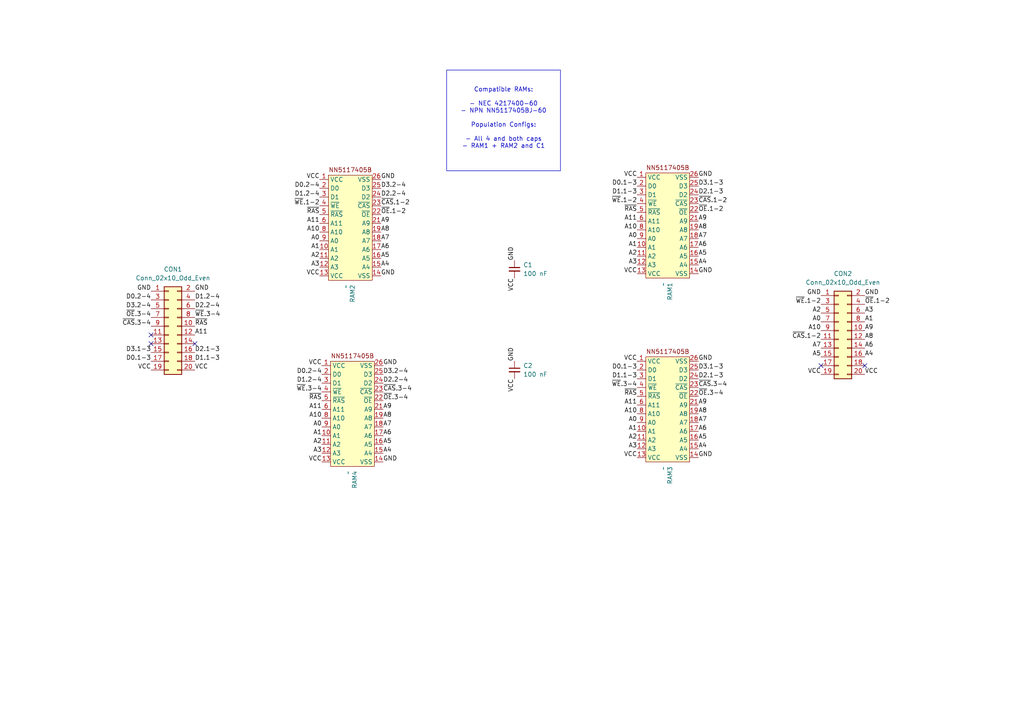
<source format=kicad_sch>
(kicad_sch
	(version 20231120)
	(generator "eeschema")
	(generator_version "8.0")
	(uuid "0a605a21-4b0a-47e3-9626-b8e957c03c43")
	(paper "A4")
	(lib_symbols
		(symbol "Addon:NPN_NN5117405BJ-60"
			(exclude_from_sim no)
			(in_bom yes)
			(on_board yes)
			(property "Reference" "RAM2"
				(at 0.6351 -16.51 90)
				(effects
					(font
						(size 1.27 1.27)
					)
					(justify right)
				)
			)
			(property "Value" "~"
				(at -1.27 -16.51 90)
				(effects
					(font
						(size 1.27 1.27)
					)
					(justify right)
				)
			)
			(property "Footprint" "Addon:RAM"
				(at 0 0 0)
				(effects
					(font
						(size 1.27 1.27)
					)
					(hide yes)
				)
			)
			(property "Datasheet" ""
				(at 0 0 0)
				(effects
					(font
						(size 1.27 1.27)
					)
					(hide yes)
				)
			)
			(property "Description" ""
				(at 0 0 0)
				(effects
					(font
						(size 1.27 1.27)
					)
					(hide yes)
				)
			)
			(symbol "NPN_NN5117405BJ-60_0_0"
				(pin power_in line
					(at -8.89 13.97 0)
					(length 2.54)
					(name "VCC"
						(effects
							(font
								(size 1.27 1.27)
							)
						)
					)
					(number "1"
						(effects
							(font
								(size 1.27 1.27)
							)
						)
					)
				)
				(pin input line
					(at -8.89 -6.35 0)
					(length 2.54)
					(name "A1"
						(effects
							(font
								(size 1.27 1.27)
							)
						)
					)
					(number "10"
						(effects
							(font
								(size 1.27 1.27)
							)
						)
					)
				)
				(pin input line
					(at -8.89 -8.89 0)
					(length 2.54)
					(name "A2"
						(effects
							(font
								(size 1.27 1.27)
							)
						)
					)
					(number "11"
						(effects
							(font
								(size 1.27 1.27)
							)
						)
					)
				)
				(pin input line
					(at -8.89 -11.43 0)
					(length 2.54)
					(name "A3"
						(effects
							(font
								(size 1.27 1.27)
							)
						)
					)
					(number "12"
						(effects
							(font
								(size 1.27 1.27)
							)
						)
					)
				)
				(pin power_in line
					(at -8.89 -13.97 0)
					(length 2.54)
					(name "VCC"
						(effects
							(font
								(size 1.27 1.27)
							)
						)
					)
					(number "13"
						(effects
							(font
								(size 1.27 1.27)
							)
						)
					)
				)
				(pin power_in line
					(at 8.89 -13.97 180)
					(length 2.54)
					(name "VSS"
						(effects
							(font
								(size 1.27 1.27)
							)
						)
					)
					(number "14"
						(effects
							(font
								(size 1.27 1.27)
							)
						)
					)
				)
				(pin input line
					(at 8.89 -11.43 180)
					(length 2.54)
					(name "A4"
						(effects
							(font
								(size 1.27 1.27)
							)
						)
					)
					(number "15"
						(effects
							(font
								(size 1.27 1.27)
							)
						)
					)
				)
				(pin input line
					(at 8.89 -8.89 180)
					(length 2.54)
					(name "A5"
						(effects
							(font
								(size 1.27 1.27)
							)
						)
					)
					(number "16"
						(effects
							(font
								(size 1.27 1.27)
							)
						)
					)
				)
				(pin input line
					(at 8.89 -6.35 180)
					(length 2.54)
					(name "A6"
						(effects
							(font
								(size 1.27 1.27)
							)
						)
					)
					(number "17"
						(effects
							(font
								(size 1.27 1.27)
							)
						)
					)
				)
				(pin input line
					(at 8.89 -3.81 180)
					(length 2.54)
					(name "A7"
						(effects
							(font
								(size 1.27 1.27)
							)
						)
					)
					(number "18"
						(effects
							(font
								(size 1.27 1.27)
							)
						)
					)
				)
				(pin input line
					(at 8.89 -1.27 180)
					(length 2.54)
					(name "A8"
						(effects
							(font
								(size 1.27 1.27)
							)
						)
					)
					(number "19"
						(effects
							(font
								(size 1.27 1.27)
							)
						)
					)
				)
				(pin bidirectional line
					(at -8.89 11.43 0)
					(length 2.54)
					(name "D0"
						(effects
							(font
								(size 1.27 1.27)
							)
						)
					)
					(number "2"
						(effects
							(font
								(size 1.27 1.27)
							)
						)
					)
				)
				(pin input line
					(at 8.89 1.27 180)
					(length 2.54)
					(name "A9"
						(effects
							(font
								(size 1.27 1.27)
							)
						)
					)
					(number "21"
						(effects
							(font
								(size 1.27 1.27)
							)
						)
					)
				)
				(pin input line
					(at 8.89 3.81 180)
					(length 2.54)
					(name "~{OE}"
						(effects
							(font
								(size 1.27 1.27)
							)
						)
					)
					(number "22"
						(effects
							(font
								(size 1.27 1.27)
							)
						)
					)
				)
				(pin input line
					(at 8.89 6.35 180)
					(length 2.54)
					(name "~{CAS}"
						(effects
							(font
								(size 1.27 1.27)
							)
						)
					)
					(number "23"
						(effects
							(font
								(size 1.27 1.27)
							)
						)
					)
				)
				(pin bidirectional line
					(at 8.89 8.89 180)
					(length 2.54)
					(name "D2"
						(effects
							(font
								(size 1.27 1.27)
							)
						)
					)
					(number "24"
						(effects
							(font
								(size 1.27 1.27)
							)
						)
					)
				)
				(pin bidirectional line
					(at 8.89 11.43 180)
					(length 2.54)
					(name "D3"
						(effects
							(font
								(size 1.27 1.27)
							)
						)
					)
					(number "25"
						(effects
							(font
								(size 1.27 1.27)
							)
						)
					)
				)
				(pin power_in line
					(at 8.89 13.97 180)
					(length 2.54)
					(name "VSS"
						(effects
							(font
								(size 1.27 1.27)
							)
						)
					)
					(number "26"
						(effects
							(font
								(size 1.27 1.27)
							)
						)
					)
				)
				(pin bidirectional line
					(at -8.89 8.89 0)
					(length 2.54)
					(name "D1"
						(effects
							(font
								(size 1.27 1.27)
							)
						)
					)
					(number "3"
						(effects
							(font
								(size 1.27 1.27)
							)
						)
					)
				)
				(pin input line
					(at -8.89 6.35 0)
					(length 2.54)
					(name "~{WE}"
						(effects
							(font
								(size 1.27 1.27)
							)
						)
					)
					(number "4"
						(effects
							(font
								(size 1.27 1.27)
							)
						)
					)
				)
				(pin input line
					(at -8.89 3.81 0)
					(length 2.54)
					(name "~{RAS}"
						(effects
							(font
								(size 1.27 1.27)
							)
						)
					)
					(number "5"
						(effects
							(font
								(size 1.27 1.27)
							)
						)
					)
				)
				(pin input line
					(at -8.89 1.27 0)
					(length 2.54)
					(name "A11"
						(effects
							(font
								(size 1.27 1.27)
							)
						)
					)
					(number "6"
						(effects
							(font
								(size 1.27 1.27)
							)
						)
					)
				)
				(pin input line
					(at -8.89 -1.27 0)
					(length 2.54)
					(name "A10"
						(effects
							(font
								(size 1.27 1.27)
							)
						)
					)
					(number "8"
						(effects
							(font
								(size 1.27 1.27)
							)
						)
					)
				)
				(pin input line
					(at -8.89 -3.81 0)
					(length 2.54)
					(name "A0"
						(effects
							(font
								(size 1.27 1.27)
							)
						)
					)
					(number "9"
						(effects
							(font
								(size 1.27 1.27)
							)
						)
					)
				)
			)
			(symbol "NPN_NN5117405BJ-60_1_1"
				(rectangle
					(start -6.35 15.24)
					(end 6.35 -15.24)
					(stroke
						(width 0)
						(type default)
					)
					(fill
						(type background)
					)
				)
				(text "NN5117405B"
					(at 0 16.764 0)
					(effects
						(font
							(size 1.27 1.27)
						)
					)
				)
			)
		)
		(symbol "Connector_Generic:Conn_02x10_Odd_Even"
			(pin_names
				(offset 1.016) hide)
			(exclude_from_sim no)
			(in_bom yes)
			(on_board yes)
			(property "Reference" "J"
				(at 1.27 12.7 0)
				(effects
					(font
						(size 1.27 1.27)
					)
				)
			)
			(property "Value" "Conn_02x10_Odd_Even"
				(at 1.27 -15.24 0)
				(effects
					(font
						(size 1.27 1.27)
					)
				)
			)
			(property "Footprint" ""
				(at 0 0 0)
				(effects
					(font
						(size 1.27 1.27)
					)
					(hide yes)
				)
			)
			(property "Datasheet" "~"
				(at 0 0 0)
				(effects
					(font
						(size 1.27 1.27)
					)
					(hide yes)
				)
			)
			(property "Description" "Generic connector, double row, 02x10, odd/even pin numbering scheme (row 1 odd numbers, row 2 even numbers), script generated (kicad-library-utils/schlib/autogen/connector/)"
				(at 0 0 0)
				(effects
					(font
						(size 1.27 1.27)
					)
					(hide yes)
				)
			)
			(property "ki_keywords" "connector"
				(at 0 0 0)
				(effects
					(font
						(size 1.27 1.27)
					)
					(hide yes)
				)
			)
			(property "ki_fp_filters" "Connector*:*_2x??_*"
				(at 0 0 0)
				(effects
					(font
						(size 1.27 1.27)
					)
					(hide yes)
				)
			)
			(symbol "Conn_02x10_Odd_Even_1_1"
				(rectangle
					(start -1.27 -12.573)
					(end 0 -12.827)
					(stroke
						(width 0.1524)
						(type default)
					)
					(fill
						(type none)
					)
				)
				(rectangle
					(start -1.27 -10.033)
					(end 0 -10.287)
					(stroke
						(width 0.1524)
						(type default)
					)
					(fill
						(type none)
					)
				)
				(rectangle
					(start -1.27 -7.493)
					(end 0 -7.747)
					(stroke
						(width 0.1524)
						(type default)
					)
					(fill
						(type none)
					)
				)
				(rectangle
					(start -1.27 -4.953)
					(end 0 -5.207)
					(stroke
						(width 0.1524)
						(type default)
					)
					(fill
						(type none)
					)
				)
				(rectangle
					(start -1.27 -2.413)
					(end 0 -2.667)
					(stroke
						(width 0.1524)
						(type default)
					)
					(fill
						(type none)
					)
				)
				(rectangle
					(start -1.27 0.127)
					(end 0 -0.127)
					(stroke
						(width 0.1524)
						(type default)
					)
					(fill
						(type none)
					)
				)
				(rectangle
					(start -1.27 2.667)
					(end 0 2.413)
					(stroke
						(width 0.1524)
						(type default)
					)
					(fill
						(type none)
					)
				)
				(rectangle
					(start -1.27 5.207)
					(end 0 4.953)
					(stroke
						(width 0.1524)
						(type default)
					)
					(fill
						(type none)
					)
				)
				(rectangle
					(start -1.27 7.747)
					(end 0 7.493)
					(stroke
						(width 0.1524)
						(type default)
					)
					(fill
						(type none)
					)
				)
				(rectangle
					(start -1.27 10.287)
					(end 0 10.033)
					(stroke
						(width 0.1524)
						(type default)
					)
					(fill
						(type none)
					)
				)
				(rectangle
					(start -1.27 11.43)
					(end 3.81 -13.97)
					(stroke
						(width 0.254)
						(type default)
					)
					(fill
						(type background)
					)
				)
				(rectangle
					(start 3.81 -12.573)
					(end 2.54 -12.827)
					(stroke
						(width 0.1524)
						(type default)
					)
					(fill
						(type none)
					)
				)
				(rectangle
					(start 3.81 -10.033)
					(end 2.54 -10.287)
					(stroke
						(width 0.1524)
						(type default)
					)
					(fill
						(type none)
					)
				)
				(rectangle
					(start 3.81 -7.493)
					(end 2.54 -7.747)
					(stroke
						(width 0.1524)
						(type default)
					)
					(fill
						(type none)
					)
				)
				(rectangle
					(start 3.81 -4.953)
					(end 2.54 -5.207)
					(stroke
						(width 0.1524)
						(type default)
					)
					(fill
						(type none)
					)
				)
				(rectangle
					(start 3.81 -2.413)
					(end 2.54 -2.667)
					(stroke
						(width 0.1524)
						(type default)
					)
					(fill
						(type none)
					)
				)
				(rectangle
					(start 3.81 0.127)
					(end 2.54 -0.127)
					(stroke
						(width 0.1524)
						(type default)
					)
					(fill
						(type none)
					)
				)
				(rectangle
					(start 3.81 2.667)
					(end 2.54 2.413)
					(stroke
						(width 0.1524)
						(type default)
					)
					(fill
						(type none)
					)
				)
				(rectangle
					(start 3.81 5.207)
					(end 2.54 4.953)
					(stroke
						(width 0.1524)
						(type default)
					)
					(fill
						(type none)
					)
				)
				(rectangle
					(start 3.81 7.747)
					(end 2.54 7.493)
					(stroke
						(width 0.1524)
						(type default)
					)
					(fill
						(type none)
					)
				)
				(rectangle
					(start 3.81 10.287)
					(end 2.54 10.033)
					(stroke
						(width 0.1524)
						(type default)
					)
					(fill
						(type none)
					)
				)
				(pin passive line
					(at -5.08 10.16 0)
					(length 3.81)
					(name "Pin_1"
						(effects
							(font
								(size 1.27 1.27)
							)
						)
					)
					(number "1"
						(effects
							(font
								(size 1.27 1.27)
							)
						)
					)
				)
				(pin passive line
					(at 7.62 0 180)
					(length 3.81)
					(name "Pin_10"
						(effects
							(font
								(size 1.27 1.27)
							)
						)
					)
					(number "10"
						(effects
							(font
								(size 1.27 1.27)
							)
						)
					)
				)
				(pin passive line
					(at -5.08 -2.54 0)
					(length 3.81)
					(name "Pin_11"
						(effects
							(font
								(size 1.27 1.27)
							)
						)
					)
					(number "11"
						(effects
							(font
								(size 1.27 1.27)
							)
						)
					)
				)
				(pin passive line
					(at 7.62 -2.54 180)
					(length 3.81)
					(name "Pin_12"
						(effects
							(font
								(size 1.27 1.27)
							)
						)
					)
					(number "12"
						(effects
							(font
								(size 1.27 1.27)
							)
						)
					)
				)
				(pin passive line
					(at -5.08 -5.08 0)
					(length 3.81)
					(name "Pin_13"
						(effects
							(font
								(size 1.27 1.27)
							)
						)
					)
					(number "13"
						(effects
							(font
								(size 1.27 1.27)
							)
						)
					)
				)
				(pin passive line
					(at 7.62 -5.08 180)
					(length 3.81)
					(name "Pin_14"
						(effects
							(font
								(size 1.27 1.27)
							)
						)
					)
					(number "14"
						(effects
							(font
								(size 1.27 1.27)
							)
						)
					)
				)
				(pin passive line
					(at -5.08 -7.62 0)
					(length 3.81)
					(name "Pin_15"
						(effects
							(font
								(size 1.27 1.27)
							)
						)
					)
					(number "15"
						(effects
							(font
								(size 1.27 1.27)
							)
						)
					)
				)
				(pin passive line
					(at 7.62 -7.62 180)
					(length 3.81)
					(name "Pin_16"
						(effects
							(font
								(size 1.27 1.27)
							)
						)
					)
					(number "16"
						(effects
							(font
								(size 1.27 1.27)
							)
						)
					)
				)
				(pin passive line
					(at -5.08 -10.16 0)
					(length 3.81)
					(name "Pin_17"
						(effects
							(font
								(size 1.27 1.27)
							)
						)
					)
					(number "17"
						(effects
							(font
								(size 1.27 1.27)
							)
						)
					)
				)
				(pin passive line
					(at 7.62 -10.16 180)
					(length 3.81)
					(name "Pin_18"
						(effects
							(font
								(size 1.27 1.27)
							)
						)
					)
					(number "18"
						(effects
							(font
								(size 1.27 1.27)
							)
						)
					)
				)
				(pin passive line
					(at -5.08 -12.7 0)
					(length 3.81)
					(name "Pin_19"
						(effects
							(font
								(size 1.27 1.27)
							)
						)
					)
					(number "19"
						(effects
							(font
								(size 1.27 1.27)
							)
						)
					)
				)
				(pin passive line
					(at 7.62 10.16 180)
					(length 3.81)
					(name "Pin_2"
						(effects
							(font
								(size 1.27 1.27)
							)
						)
					)
					(number "2"
						(effects
							(font
								(size 1.27 1.27)
							)
						)
					)
				)
				(pin passive line
					(at 7.62 -12.7 180)
					(length 3.81)
					(name "Pin_20"
						(effects
							(font
								(size 1.27 1.27)
							)
						)
					)
					(number "20"
						(effects
							(font
								(size 1.27 1.27)
							)
						)
					)
				)
				(pin passive line
					(at -5.08 7.62 0)
					(length 3.81)
					(name "Pin_3"
						(effects
							(font
								(size 1.27 1.27)
							)
						)
					)
					(number "3"
						(effects
							(font
								(size 1.27 1.27)
							)
						)
					)
				)
				(pin passive line
					(at 7.62 7.62 180)
					(length 3.81)
					(name "Pin_4"
						(effects
							(font
								(size 1.27 1.27)
							)
						)
					)
					(number "4"
						(effects
							(font
								(size 1.27 1.27)
							)
						)
					)
				)
				(pin passive line
					(at -5.08 5.08 0)
					(length 3.81)
					(name "Pin_5"
						(effects
							(font
								(size 1.27 1.27)
							)
						)
					)
					(number "5"
						(effects
							(font
								(size 1.27 1.27)
							)
						)
					)
				)
				(pin passive line
					(at 7.62 5.08 180)
					(length 3.81)
					(name "Pin_6"
						(effects
							(font
								(size 1.27 1.27)
							)
						)
					)
					(number "6"
						(effects
							(font
								(size 1.27 1.27)
							)
						)
					)
				)
				(pin passive line
					(at -5.08 2.54 0)
					(length 3.81)
					(name "Pin_7"
						(effects
							(font
								(size 1.27 1.27)
							)
						)
					)
					(number "7"
						(effects
							(font
								(size 1.27 1.27)
							)
						)
					)
				)
				(pin passive line
					(at 7.62 2.54 180)
					(length 3.81)
					(name "Pin_8"
						(effects
							(font
								(size 1.27 1.27)
							)
						)
					)
					(number "8"
						(effects
							(font
								(size 1.27 1.27)
							)
						)
					)
				)
				(pin passive line
					(at -5.08 0 0)
					(length 3.81)
					(name "Pin_9"
						(effects
							(font
								(size 1.27 1.27)
							)
						)
					)
					(number "9"
						(effects
							(font
								(size 1.27 1.27)
							)
						)
					)
				)
			)
		)
		(symbol "Device:C_Small"
			(pin_numbers hide)
			(pin_names
				(offset 0.254) hide)
			(exclude_from_sim no)
			(in_bom yes)
			(on_board yes)
			(property "Reference" "C"
				(at 0.254 1.778 0)
				(effects
					(font
						(size 1.27 1.27)
					)
					(justify left)
				)
			)
			(property "Value" "C_Small"
				(at 0.254 -2.032 0)
				(effects
					(font
						(size 1.27 1.27)
					)
					(justify left)
				)
			)
			(property "Footprint" ""
				(at 0 0 0)
				(effects
					(font
						(size 1.27 1.27)
					)
					(hide yes)
				)
			)
			(property "Datasheet" "~"
				(at 0 0 0)
				(effects
					(font
						(size 1.27 1.27)
					)
					(hide yes)
				)
			)
			(property "Description" "Unpolarized capacitor, small symbol"
				(at 0 0 0)
				(effects
					(font
						(size 1.27 1.27)
					)
					(hide yes)
				)
			)
			(property "ki_keywords" "capacitor cap"
				(at 0 0 0)
				(effects
					(font
						(size 1.27 1.27)
					)
					(hide yes)
				)
			)
			(property "ki_fp_filters" "C_*"
				(at 0 0 0)
				(effects
					(font
						(size 1.27 1.27)
					)
					(hide yes)
				)
			)
			(symbol "C_Small_0_1"
				(polyline
					(pts
						(xy -1.524 -0.508) (xy 1.524 -0.508)
					)
					(stroke
						(width 0.3302)
						(type default)
					)
					(fill
						(type none)
					)
				)
				(polyline
					(pts
						(xy -1.524 0.508) (xy 1.524 0.508)
					)
					(stroke
						(width 0.3048)
						(type default)
					)
					(fill
						(type none)
					)
				)
			)
			(symbol "C_Small_1_1"
				(pin passive line
					(at 0 2.54 270)
					(length 2.032)
					(name "~"
						(effects
							(font
								(size 1.27 1.27)
							)
						)
					)
					(number "1"
						(effects
							(font
								(size 1.27 1.27)
							)
						)
					)
				)
				(pin passive line
					(at 0 -2.54 90)
					(length 2.032)
					(name "~"
						(effects
							(font
								(size 1.27 1.27)
							)
						)
					)
					(number "2"
						(effects
							(font
								(size 1.27 1.27)
							)
						)
					)
				)
			)
		)
		(symbol "NPN_NN5117405BJ-60_1"
			(exclude_from_sim no)
			(in_bom yes)
			(on_board yes)
			(property "Reference" "RAM2"
				(at 0.6351 -16.51 90)
				(effects
					(font
						(size 1.27 1.27)
					)
					(justify right)
				)
			)
			(property "Value" "~"
				(at -1.27 -16.51 90)
				(effects
					(font
						(size 1.27 1.27)
					)
					(justify right)
				)
			)
			(property "Footprint" "Addon:RAM"
				(at 0 0 0)
				(effects
					(font
						(size 1.27 1.27)
					)
					(hide yes)
				)
			)
			(property "Datasheet" ""
				(at 0 0 0)
				(effects
					(font
						(size 1.27 1.27)
					)
					(hide yes)
				)
			)
			(property "Description" ""
				(at 0 0 0)
				(effects
					(font
						(size 1.27 1.27)
					)
					(hide yes)
				)
			)
			(symbol "NPN_NN5117405BJ-60_1_0_0"
				(pin power_in line
					(at -8.89 13.97 0)
					(length 2.54)
					(name "VCC"
						(effects
							(font
								(size 1.27 1.27)
							)
						)
					)
					(number "1"
						(effects
							(font
								(size 1.27 1.27)
							)
						)
					)
				)
				(pin input line
					(at -8.89 -6.35 0)
					(length 2.54)
					(name "A1"
						(effects
							(font
								(size 1.27 1.27)
							)
						)
					)
					(number "10"
						(effects
							(font
								(size 1.27 1.27)
							)
						)
					)
				)
				(pin input line
					(at -8.89 -8.89 0)
					(length 2.54)
					(name "A2"
						(effects
							(font
								(size 1.27 1.27)
							)
						)
					)
					(number "11"
						(effects
							(font
								(size 1.27 1.27)
							)
						)
					)
				)
				(pin input line
					(at -8.89 -11.43 0)
					(length 2.54)
					(name "A3"
						(effects
							(font
								(size 1.27 1.27)
							)
						)
					)
					(number "12"
						(effects
							(font
								(size 1.27 1.27)
							)
						)
					)
				)
				(pin power_in line
					(at -8.89 -13.97 0)
					(length 2.54)
					(name "VCC"
						(effects
							(font
								(size 1.27 1.27)
							)
						)
					)
					(number "13"
						(effects
							(font
								(size 1.27 1.27)
							)
						)
					)
				)
				(pin power_in line
					(at 8.89 -13.97 180)
					(length 2.54)
					(name "VSS"
						(effects
							(font
								(size 1.27 1.27)
							)
						)
					)
					(number "14"
						(effects
							(font
								(size 1.27 1.27)
							)
						)
					)
				)
				(pin input line
					(at 8.89 -11.43 180)
					(length 2.54)
					(name "A4"
						(effects
							(font
								(size 1.27 1.27)
							)
						)
					)
					(number "15"
						(effects
							(font
								(size 1.27 1.27)
							)
						)
					)
				)
				(pin input line
					(at 8.89 -8.89 180)
					(length 2.54)
					(name "A5"
						(effects
							(font
								(size 1.27 1.27)
							)
						)
					)
					(number "16"
						(effects
							(font
								(size 1.27 1.27)
							)
						)
					)
				)
				(pin input line
					(at 8.89 -6.35 180)
					(length 2.54)
					(name "A6"
						(effects
							(font
								(size 1.27 1.27)
							)
						)
					)
					(number "17"
						(effects
							(font
								(size 1.27 1.27)
							)
						)
					)
				)
				(pin input line
					(at 8.89 -3.81 180)
					(length 2.54)
					(name "A7"
						(effects
							(font
								(size 1.27 1.27)
							)
						)
					)
					(number "18"
						(effects
							(font
								(size 1.27 1.27)
							)
						)
					)
				)
				(pin input line
					(at 8.89 -1.27 180)
					(length 2.54)
					(name "A8"
						(effects
							(font
								(size 1.27 1.27)
							)
						)
					)
					(number "19"
						(effects
							(font
								(size 1.27 1.27)
							)
						)
					)
				)
				(pin bidirectional line
					(at -8.89 11.43 0)
					(length 2.54)
					(name "D0"
						(effects
							(font
								(size 1.27 1.27)
							)
						)
					)
					(number "2"
						(effects
							(font
								(size 1.27 1.27)
							)
						)
					)
				)
				(pin input line
					(at 8.89 1.27 180)
					(length 2.54)
					(name "A9"
						(effects
							(font
								(size 1.27 1.27)
							)
						)
					)
					(number "21"
						(effects
							(font
								(size 1.27 1.27)
							)
						)
					)
				)
				(pin input line
					(at 8.89 3.81 180)
					(length 2.54)
					(name "~{OE}"
						(effects
							(font
								(size 1.27 1.27)
							)
						)
					)
					(number "22"
						(effects
							(font
								(size 1.27 1.27)
							)
						)
					)
				)
				(pin input line
					(at 8.89 6.35 180)
					(length 2.54)
					(name "~{CAS}"
						(effects
							(font
								(size 1.27 1.27)
							)
						)
					)
					(number "23"
						(effects
							(font
								(size 1.27 1.27)
							)
						)
					)
				)
				(pin bidirectional line
					(at 8.89 8.89 180)
					(length 2.54)
					(name "D2"
						(effects
							(font
								(size 1.27 1.27)
							)
						)
					)
					(number "24"
						(effects
							(font
								(size 1.27 1.27)
							)
						)
					)
				)
				(pin bidirectional line
					(at 8.89 11.43 180)
					(length 2.54)
					(name "D3"
						(effects
							(font
								(size 1.27 1.27)
							)
						)
					)
					(number "25"
						(effects
							(font
								(size 1.27 1.27)
							)
						)
					)
				)
				(pin power_in line
					(at 8.89 13.97 180)
					(length 2.54)
					(name "VSS"
						(effects
							(font
								(size 1.27 1.27)
							)
						)
					)
					(number "26"
						(effects
							(font
								(size 1.27 1.27)
							)
						)
					)
				)
				(pin bidirectional line
					(at -8.89 8.89 0)
					(length 2.54)
					(name "D1"
						(effects
							(font
								(size 1.27 1.27)
							)
						)
					)
					(number "3"
						(effects
							(font
								(size 1.27 1.27)
							)
						)
					)
				)
				(pin input line
					(at -8.89 6.35 0)
					(length 2.54)
					(name "~{WE}"
						(effects
							(font
								(size 1.27 1.27)
							)
						)
					)
					(number "4"
						(effects
							(font
								(size 1.27 1.27)
							)
						)
					)
				)
				(pin input line
					(at -8.89 3.81 0)
					(length 2.54)
					(name "~{RAS}"
						(effects
							(font
								(size 1.27 1.27)
							)
						)
					)
					(number "5"
						(effects
							(font
								(size 1.27 1.27)
							)
						)
					)
				)
				(pin input line
					(at -8.89 1.27 0)
					(length 2.54)
					(name "A11"
						(effects
							(font
								(size 1.27 1.27)
							)
						)
					)
					(number "6"
						(effects
							(font
								(size 1.27 1.27)
							)
						)
					)
				)
				(pin input line
					(at -8.89 -1.27 0)
					(length 2.54)
					(name "A10"
						(effects
							(font
								(size 1.27 1.27)
							)
						)
					)
					(number "8"
						(effects
							(font
								(size 1.27 1.27)
							)
						)
					)
				)
				(pin input line
					(at -8.89 -3.81 0)
					(length 2.54)
					(name "A0"
						(effects
							(font
								(size 1.27 1.27)
							)
						)
					)
					(number "9"
						(effects
							(font
								(size 1.27 1.27)
							)
						)
					)
				)
			)
			(symbol "NPN_NN5117405BJ-60_1_1_1"
				(rectangle
					(start -6.35 15.24)
					(end 6.35 -15.24)
					(stroke
						(width 0)
						(type default)
					)
					(fill
						(type background)
					)
				)
				(text "NN5117405B"
					(at 0 16.764 0)
					(effects
						(font
							(size 1.27 1.27)
						)
					)
				)
			)
		)
		(symbol "NPN_NN5117405BJ-60_2"
			(exclude_from_sim no)
			(in_bom yes)
			(on_board yes)
			(property "Reference" "RAM2"
				(at 0.6351 -16.51 90)
				(effects
					(font
						(size 1.27 1.27)
					)
					(justify right)
				)
			)
			(property "Value" "~"
				(at -1.27 -16.51 90)
				(effects
					(font
						(size 1.27 1.27)
					)
					(justify right)
				)
			)
			(property "Footprint" "Addon:RAM"
				(at 0 0 0)
				(effects
					(font
						(size 1.27 1.27)
					)
					(hide yes)
				)
			)
			(property "Datasheet" ""
				(at 0 0 0)
				(effects
					(font
						(size 1.27 1.27)
					)
					(hide yes)
				)
			)
			(property "Description" ""
				(at 0 0 0)
				(effects
					(font
						(size 1.27 1.27)
					)
					(hide yes)
				)
			)
			(symbol "NPN_NN5117405BJ-60_2_0_0"
				(pin power_in line
					(at -8.89 13.97 0)
					(length 2.54)
					(name "VCC"
						(effects
							(font
								(size 1.27 1.27)
							)
						)
					)
					(number "1"
						(effects
							(font
								(size 1.27 1.27)
							)
						)
					)
				)
				(pin input line
					(at -8.89 -6.35 0)
					(length 2.54)
					(name "A1"
						(effects
							(font
								(size 1.27 1.27)
							)
						)
					)
					(number "10"
						(effects
							(font
								(size 1.27 1.27)
							)
						)
					)
				)
				(pin input line
					(at -8.89 -8.89 0)
					(length 2.54)
					(name "A2"
						(effects
							(font
								(size 1.27 1.27)
							)
						)
					)
					(number "11"
						(effects
							(font
								(size 1.27 1.27)
							)
						)
					)
				)
				(pin input line
					(at -8.89 -11.43 0)
					(length 2.54)
					(name "A3"
						(effects
							(font
								(size 1.27 1.27)
							)
						)
					)
					(number "12"
						(effects
							(font
								(size 1.27 1.27)
							)
						)
					)
				)
				(pin power_in line
					(at -8.89 -13.97 0)
					(length 2.54)
					(name "VCC"
						(effects
							(font
								(size 1.27 1.27)
							)
						)
					)
					(number "13"
						(effects
							(font
								(size 1.27 1.27)
							)
						)
					)
				)
				(pin power_in line
					(at 8.89 -13.97 180)
					(length 2.54)
					(name "VSS"
						(effects
							(font
								(size 1.27 1.27)
							)
						)
					)
					(number "14"
						(effects
							(font
								(size 1.27 1.27)
							)
						)
					)
				)
				(pin input line
					(at 8.89 -11.43 180)
					(length 2.54)
					(name "A4"
						(effects
							(font
								(size 1.27 1.27)
							)
						)
					)
					(number "15"
						(effects
							(font
								(size 1.27 1.27)
							)
						)
					)
				)
				(pin input line
					(at 8.89 -8.89 180)
					(length 2.54)
					(name "A5"
						(effects
							(font
								(size 1.27 1.27)
							)
						)
					)
					(number "16"
						(effects
							(font
								(size 1.27 1.27)
							)
						)
					)
				)
				(pin input line
					(at 8.89 -6.35 180)
					(length 2.54)
					(name "A6"
						(effects
							(font
								(size 1.27 1.27)
							)
						)
					)
					(number "17"
						(effects
							(font
								(size 1.27 1.27)
							)
						)
					)
				)
				(pin input line
					(at 8.89 -3.81 180)
					(length 2.54)
					(name "A7"
						(effects
							(font
								(size 1.27 1.27)
							)
						)
					)
					(number "18"
						(effects
							(font
								(size 1.27 1.27)
							)
						)
					)
				)
				(pin input line
					(at 8.89 -1.27 180)
					(length 2.54)
					(name "A8"
						(effects
							(font
								(size 1.27 1.27)
							)
						)
					)
					(number "19"
						(effects
							(font
								(size 1.27 1.27)
							)
						)
					)
				)
				(pin bidirectional line
					(at -8.89 11.43 0)
					(length 2.54)
					(name "D0"
						(effects
							(font
								(size 1.27 1.27)
							)
						)
					)
					(number "2"
						(effects
							(font
								(size 1.27 1.27)
							)
						)
					)
				)
				(pin input line
					(at 8.89 1.27 180)
					(length 2.54)
					(name "A9"
						(effects
							(font
								(size 1.27 1.27)
							)
						)
					)
					(number "21"
						(effects
							(font
								(size 1.27 1.27)
							)
						)
					)
				)
				(pin input line
					(at 8.89 3.81 180)
					(length 2.54)
					(name "~{OE}"
						(effects
							(font
								(size 1.27 1.27)
							)
						)
					)
					(number "22"
						(effects
							(font
								(size 1.27 1.27)
							)
						)
					)
				)
				(pin input line
					(at 8.89 6.35 180)
					(length 2.54)
					(name "~{CAS}"
						(effects
							(font
								(size 1.27 1.27)
							)
						)
					)
					(number "23"
						(effects
							(font
								(size 1.27 1.27)
							)
						)
					)
				)
				(pin bidirectional line
					(at 8.89 8.89 180)
					(length 2.54)
					(name "D2"
						(effects
							(font
								(size 1.27 1.27)
							)
						)
					)
					(number "24"
						(effects
							(font
								(size 1.27 1.27)
							)
						)
					)
				)
				(pin bidirectional line
					(at 8.89 11.43 180)
					(length 2.54)
					(name "D3"
						(effects
							(font
								(size 1.27 1.27)
							)
						)
					)
					(number "25"
						(effects
							(font
								(size 1.27 1.27)
							)
						)
					)
				)
				(pin power_in line
					(at 8.89 13.97 180)
					(length 2.54)
					(name "VSS"
						(effects
							(font
								(size 1.27 1.27)
							)
						)
					)
					(number "26"
						(effects
							(font
								(size 1.27 1.27)
							)
						)
					)
				)
				(pin bidirectional line
					(at -8.89 8.89 0)
					(length 2.54)
					(name "D1"
						(effects
							(font
								(size 1.27 1.27)
							)
						)
					)
					(number "3"
						(effects
							(font
								(size 1.27 1.27)
							)
						)
					)
				)
				(pin input line
					(at -8.89 6.35 0)
					(length 2.54)
					(name "~{WE}"
						(effects
							(font
								(size 1.27 1.27)
							)
						)
					)
					(number "4"
						(effects
							(font
								(size 1.27 1.27)
							)
						)
					)
				)
				(pin input line
					(at -8.89 3.81 0)
					(length 2.54)
					(name "~{RAS}"
						(effects
							(font
								(size 1.27 1.27)
							)
						)
					)
					(number "5"
						(effects
							(font
								(size 1.27 1.27)
							)
						)
					)
				)
				(pin input line
					(at -8.89 1.27 0)
					(length 2.54)
					(name "A11"
						(effects
							(font
								(size 1.27 1.27)
							)
						)
					)
					(number "6"
						(effects
							(font
								(size 1.27 1.27)
							)
						)
					)
				)
				(pin input line
					(at -8.89 -1.27 0)
					(length 2.54)
					(name "A10"
						(effects
							(font
								(size 1.27 1.27)
							)
						)
					)
					(number "8"
						(effects
							(font
								(size 1.27 1.27)
							)
						)
					)
				)
				(pin input line
					(at -8.89 -3.81 0)
					(length 2.54)
					(name "A0"
						(effects
							(font
								(size 1.27 1.27)
							)
						)
					)
					(number "9"
						(effects
							(font
								(size 1.27 1.27)
							)
						)
					)
				)
			)
			(symbol "NPN_NN5117405BJ-60_2_1_1"
				(rectangle
					(start -6.35 15.24)
					(end 6.35 -15.24)
					(stroke
						(width 0)
						(type default)
					)
					(fill
						(type background)
					)
				)
				(text "NN5117405B"
					(at 0 16.764 0)
					(effects
						(font
							(size 1.27 1.27)
						)
					)
				)
			)
		)
		(symbol "NPN_NN5117405BJ-60_3"
			(exclude_from_sim no)
			(in_bom yes)
			(on_board yes)
			(property "Reference" "RAM2"
				(at 0.6351 -16.51 90)
				(effects
					(font
						(size 1.27 1.27)
					)
					(justify right)
				)
			)
			(property "Value" "~"
				(at -1.27 -16.51 90)
				(effects
					(font
						(size 1.27 1.27)
					)
					(justify right)
				)
			)
			(property "Footprint" "Addon:RAM"
				(at 0 0 0)
				(effects
					(font
						(size 1.27 1.27)
					)
					(hide yes)
				)
			)
			(property "Datasheet" ""
				(at 0 0 0)
				(effects
					(font
						(size 1.27 1.27)
					)
					(hide yes)
				)
			)
			(property "Description" ""
				(at 0 0 0)
				(effects
					(font
						(size 1.27 1.27)
					)
					(hide yes)
				)
			)
			(symbol "NPN_NN5117405BJ-60_3_0_0"
				(pin power_in line
					(at -8.89 13.97 0)
					(length 2.54)
					(name "VCC"
						(effects
							(font
								(size 1.27 1.27)
							)
						)
					)
					(number "1"
						(effects
							(font
								(size 1.27 1.27)
							)
						)
					)
				)
				(pin input line
					(at -8.89 -6.35 0)
					(length 2.54)
					(name "A1"
						(effects
							(font
								(size 1.27 1.27)
							)
						)
					)
					(number "10"
						(effects
							(font
								(size 1.27 1.27)
							)
						)
					)
				)
				(pin input line
					(at -8.89 -8.89 0)
					(length 2.54)
					(name "A2"
						(effects
							(font
								(size 1.27 1.27)
							)
						)
					)
					(number "11"
						(effects
							(font
								(size 1.27 1.27)
							)
						)
					)
				)
				(pin input line
					(at -8.89 -11.43 0)
					(length 2.54)
					(name "A3"
						(effects
							(font
								(size 1.27 1.27)
							)
						)
					)
					(number "12"
						(effects
							(font
								(size 1.27 1.27)
							)
						)
					)
				)
				(pin power_in line
					(at -8.89 -13.97 0)
					(length 2.54)
					(name "VCC"
						(effects
							(font
								(size 1.27 1.27)
							)
						)
					)
					(number "13"
						(effects
							(font
								(size 1.27 1.27)
							)
						)
					)
				)
				(pin power_in line
					(at 8.89 -13.97 180)
					(length 2.54)
					(name "VSS"
						(effects
							(font
								(size 1.27 1.27)
							)
						)
					)
					(number "14"
						(effects
							(font
								(size 1.27 1.27)
							)
						)
					)
				)
				(pin input line
					(at 8.89 -11.43 180)
					(length 2.54)
					(name "A4"
						(effects
							(font
								(size 1.27 1.27)
							)
						)
					)
					(number "15"
						(effects
							(font
								(size 1.27 1.27)
							)
						)
					)
				)
				(pin input line
					(at 8.89 -8.89 180)
					(length 2.54)
					(name "A5"
						(effects
							(font
								(size 1.27 1.27)
							)
						)
					)
					(number "16"
						(effects
							(font
								(size 1.27 1.27)
							)
						)
					)
				)
				(pin input line
					(at 8.89 -6.35 180)
					(length 2.54)
					(name "A6"
						(effects
							(font
								(size 1.27 1.27)
							)
						)
					)
					(number "17"
						(effects
							(font
								(size 1.27 1.27)
							)
						)
					)
				)
				(pin input line
					(at 8.89 -3.81 180)
					(length 2.54)
					(name "A7"
						(effects
							(font
								(size 1.27 1.27)
							)
						)
					)
					(number "18"
						(effects
							(font
								(size 1.27 1.27)
							)
						)
					)
				)
				(pin input line
					(at 8.89 -1.27 180)
					(length 2.54)
					(name "A8"
						(effects
							(font
								(size 1.27 1.27)
							)
						)
					)
					(number "19"
						(effects
							(font
								(size 1.27 1.27)
							)
						)
					)
				)
				(pin bidirectional line
					(at -8.89 11.43 0)
					(length 2.54)
					(name "D0"
						(effects
							(font
								(size 1.27 1.27)
							)
						)
					)
					(number "2"
						(effects
							(font
								(size 1.27 1.27)
							)
						)
					)
				)
				(pin input line
					(at 8.89 1.27 180)
					(length 2.54)
					(name "A9"
						(effects
							(font
								(size 1.27 1.27)
							)
						)
					)
					(number "21"
						(effects
							(font
								(size 1.27 1.27)
							)
						)
					)
				)
				(pin input line
					(at 8.89 3.81 180)
					(length 2.54)
					(name "~{OE}"
						(effects
							(font
								(size 1.27 1.27)
							)
						)
					)
					(number "22"
						(effects
							(font
								(size 1.27 1.27)
							)
						)
					)
				)
				(pin input line
					(at 8.89 6.35 180)
					(length 2.54)
					(name "~{CAS}"
						(effects
							(font
								(size 1.27 1.27)
							)
						)
					)
					(number "23"
						(effects
							(font
								(size 1.27 1.27)
							)
						)
					)
				)
				(pin bidirectional line
					(at 8.89 8.89 180)
					(length 2.54)
					(name "D2"
						(effects
							(font
								(size 1.27 1.27)
							)
						)
					)
					(number "24"
						(effects
							(font
								(size 1.27 1.27)
							)
						)
					)
				)
				(pin bidirectional line
					(at 8.89 11.43 180)
					(length 2.54)
					(name "D3"
						(effects
							(font
								(size 1.27 1.27)
							)
						)
					)
					(number "25"
						(effects
							(font
								(size 1.27 1.27)
							)
						)
					)
				)
				(pin power_in line
					(at 8.89 13.97 180)
					(length 2.54)
					(name "VSS"
						(effects
							(font
								(size 1.27 1.27)
							)
						)
					)
					(number "26"
						(effects
							(font
								(size 1.27 1.27)
							)
						)
					)
				)
				(pin bidirectional line
					(at -8.89 8.89 0)
					(length 2.54)
					(name "D1"
						(effects
							(font
								(size 1.27 1.27)
							)
						)
					)
					(number "3"
						(effects
							(font
								(size 1.27 1.27)
							)
						)
					)
				)
				(pin input line
					(at -8.89 6.35 0)
					(length 2.54)
					(name "~{WE}"
						(effects
							(font
								(size 1.27 1.27)
							)
						)
					)
					(number "4"
						(effects
							(font
								(size 1.27 1.27)
							)
						)
					)
				)
				(pin input line
					(at -8.89 3.81 0)
					(length 2.54)
					(name "~{RAS}"
						(effects
							(font
								(size 1.27 1.27)
							)
						)
					)
					(number "5"
						(effects
							(font
								(size 1.27 1.27)
							)
						)
					)
				)
				(pin input line
					(at -8.89 1.27 0)
					(length 2.54)
					(name "A11"
						(effects
							(font
								(size 1.27 1.27)
							)
						)
					)
					(number "6"
						(effects
							(font
								(size 1.27 1.27)
							)
						)
					)
				)
				(pin input line
					(at -8.89 -1.27 0)
					(length 2.54)
					(name "A10"
						(effects
							(font
								(size 1.27 1.27)
							)
						)
					)
					(number "8"
						(effects
							(font
								(size 1.27 1.27)
							)
						)
					)
				)
				(pin input line
					(at -8.89 -3.81 0)
					(length 2.54)
					(name "A0"
						(effects
							(font
								(size 1.27 1.27)
							)
						)
					)
					(number "9"
						(effects
							(font
								(size 1.27 1.27)
							)
						)
					)
				)
			)
			(symbol "NPN_NN5117405BJ-60_3_1_1"
				(rectangle
					(start -6.35 15.24)
					(end 6.35 -15.24)
					(stroke
						(width 0)
						(type default)
					)
					(fill
						(type background)
					)
				)
				(text "NN5117405B"
					(at 0 16.764 0)
					(effects
						(font
							(size 1.27 1.27)
						)
					)
				)
			)
		)
	)
	(no_connect
		(at 238.125 106.045)
		(uuid "30865b42-de37-41db-b3a1-343275c925c8")
	)
	(no_connect
		(at 250.825 106.045)
		(uuid "32944508-c12f-4533-a264-34a808c47c83")
	)
	(no_connect
		(at 43.815 97.155)
		(uuid "68313889-f7e2-4172-ae17-63d4f511b1a0")
	)
	(no_connect
		(at 43.815 99.695)
		(uuid "8bb54fdf-3a80-46cf-bd26-97e89607e4d5")
	)
	(no_connect
		(at 56.515 99.695)
		(uuid "d7c9b154-3d7c-43b3-9936-84c947c331f0")
	)
	(rectangle
		(start 129.54 20.32)
		(end 162.56 49.53)
		(stroke
			(width 0)
			(type default)
		)
		(fill
			(type none)
		)
		(uuid ee9a19eb-93cb-4c47-84aa-c5bc0eb19467)
	)
	(text "Compatible RAMs:\n\n- NEC 4217400-60\n- NPN NN5117405BJ-60\n\nPopulation Configs:\n\n- All 4 and both caps\n- RAM1 + RAM2 and C1"
		(exclude_from_sim no)
		(at 146.05 34.29 0)
		(effects
			(font
				(size 1.27 1.27)
			)
		)
		(uuid "81ba8c3d-67c7-4306-aca7-40d981893a18")
	)
	(label "~{CAS}.3-4"
		(at 111.125 113.665 0)
		(fields_autoplaced yes)
		(effects
			(font
				(size 1.27 1.27)
			)
			(justify left bottom)
		)
		(uuid "0023b451-c103-465a-9643-20ac2d8343e7")
	)
	(label "A11"
		(at 56.515 97.155 0)
		(fields_autoplaced yes)
		(effects
			(font
				(size 1.27 1.27)
			)
			(justify left bottom)
		)
		(uuid "03620e57-3b65-4b7b-af2d-d79c68e1e325")
	)
	(label "D0.1-3"
		(at 184.785 107.315 180)
		(fields_autoplaced yes)
		(effects
			(font
				(size 1.27 1.27)
			)
			(justify right bottom)
		)
		(uuid "0e30aefe-984d-481b-93c6-43fa344deb6e")
	)
	(label "A4"
		(at 202.565 130.175 0)
		(fields_autoplaced yes)
		(effects
			(font
				(size 1.27 1.27)
			)
			(justify left bottom)
		)
		(uuid "0eb03294-f98c-4b0f-a505-7484c5f248ee")
	)
	(label "D0.2-4"
		(at 93.345 108.585 180)
		(fields_autoplaced yes)
		(effects
			(font
				(size 1.27 1.27)
			)
			(justify right bottom)
		)
		(uuid "0f3c827b-f709-4a2d-a0a6-0f70723addc8")
	)
	(label "~{OE}.3-4"
		(at 43.815 92.075 180)
		(fields_autoplaced yes)
		(effects
			(font
				(size 1.27 1.27)
			)
			(justify right bottom)
		)
		(uuid "10a74d42-1e66-4b42-9cff-0d7473fc7dcb")
	)
	(label "VCC"
		(at 92.71 52.07 180)
		(fields_autoplaced yes)
		(effects
			(font
				(size 1.27 1.27)
			)
			(justify right bottom)
		)
		(uuid "1338c777-5a95-4683-b6a7-8a0770230548")
	)
	(label "A11"
		(at 184.785 64.135 180)
		(fields_autoplaced yes)
		(effects
			(font
				(size 1.27 1.27)
			)
			(justify right bottom)
		)
		(uuid "13500377-6328-417c-8197-c6b0cdb07d6d")
	)
	(label "D0.2-4"
		(at 92.71 54.61 180)
		(fields_autoplaced yes)
		(effects
			(font
				(size 1.27 1.27)
			)
			(justify right bottom)
		)
		(uuid "13bbec83-0eb2-4199-99c3-3225c1beea92")
	)
	(label "D0.1-3"
		(at 43.815 104.775 180)
		(fields_autoplaced yes)
		(effects
			(font
				(size 1.27 1.27)
			)
			(justify right bottom)
		)
		(uuid "14b12b3b-8948-4907-9ec6-5b9408984668")
	)
	(label "A4"
		(at 202.565 76.835 0)
		(fields_autoplaced yes)
		(effects
			(font
				(size 1.27 1.27)
			)
			(justify left bottom)
		)
		(uuid "189d5a93-17ad-4269-8a6c-2131be1fe77e")
	)
	(label "A1"
		(at 184.785 125.095 180)
		(fields_autoplaced yes)
		(effects
			(font
				(size 1.27 1.27)
			)
			(justify right bottom)
		)
		(uuid "18ec85f4-5305-4b79-8a50-39eba007bac0")
	)
	(label "GND"
		(at 149.225 75.565 90)
		(fields_autoplaced yes)
		(effects
			(font
				(size 1.27 1.27)
			)
			(justify left bottom)
		)
		(uuid "1e73912c-be8a-4564-8876-0e58b9f6c536")
	)
	(label "D1.2-4"
		(at 92.71 57.15 180)
		(fields_autoplaced yes)
		(effects
			(font
				(size 1.27 1.27)
			)
			(justify right bottom)
		)
		(uuid "1ede5859-5cc8-411c-8b3c-02744f1de717")
	)
	(label "A1"
		(at 92.71 72.39 180)
		(fields_autoplaced yes)
		(effects
			(font
				(size 1.27 1.27)
			)
			(justify right bottom)
		)
		(uuid "1faff013-9e82-4c77-b113-6512ceab4ded")
	)
	(label "A10"
		(at 184.785 66.675 180)
		(fields_autoplaced yes)
		(effects
			(font
				(size 1.27 1.27)
			)
			(justify right bottom)
		)
		(uuid "2255a15d-0812-44ad-9c37-e3652b36ba97")
	)
	(label "~{WE}.3-4"
		(at 184.785 112.395 180)
		(fields_autoplaced yes)
		(effects
			(font
				(size 1.27 1.27)
			)
			(justify right bottom)
		)
		(uuid "23286d2f-d9d0-49dd-98fe-2cb56bfb7db7")
	)
	(label "D2.2-4"
		(at 56.515 89.535 0)
		(fields_autoplaced yes)
		(effects
			(font
				(size 1.27 1.27)
			)
			(justify left bottom)
		)
		(uuid "2471a77a-aeac-43e1-be01-ebbee6b3586c")
	)
	(label "~{WE}.1-2"
		(at 184.785 59.055 180)
		(fields_autoplaced yes)
		(effects
			(font
				(size 1.27 1.27)
			)
			(justify right bottom)
		)
		(uuid "267cc142-a74f-4c68-b8ac-d9a9e1f952f1")
	)
	(label "D2.1-3"
		(at 56.515 102.235 0)
		(fields_autoplaced yes)
		(effects
			(font
				(size 1.27 1.27)
			)
			(justify left bottom)
		)
		(uuid "27462f97-c8c6-4f35-b6db-76aadc16bdf3")
	)
	(label "A5"
		(at 238.125 103.505 180)
		(fields_autoplaced yes)
		(effects
			(font
				(size 1.27 1.27)
			)
			(justify right bottom)
		)
		(uuid "2b4e56c8-eb07-4a78-9f25-c946b3fe73b3")
	)
	(label "~{WE}.1-2"
		(at 238.125 88.265 180)
		(fields_autoplaced yes)
		(effects
			(font
				(size 1.27 1.27)
			)
			(justify right bottom)
		)
		(uuid "2ca9c851-b4de-49f3-92d4-81ed4a754f62")
	)
	(label "D0.1-3"
		(at 184.785 53.975 180)
		(fields_autoplaced yes)
		(effects
			(font
				(size 1.27 1.27)
			)
			(justify right bottom)
		)
		(uuid "2d04930a-a9dd-4888-97e7-a5d45c86b554")
	)
	(label "D1.1-3"
		(at 184.785 56.515 180)
		(fields_autoplaced yes)
		(effects
			(font
				(size 1.27 1.27)
			)
			(justify right bottom)
		)
		(uuid "2ef3e9ea-6d6d-4321-825b-a0ab5adfc29d")
	)
	(label "D2.2-4"
		(at 110.49 57.15 0)
		(fields_autoplaced yes)
		(effects
			(font
				(size 1.27 1.27)
			)
			(justify left bottom)
		)
		(uuid "3115d011-d575-4a8a-8561-2170ae8d0fba")
	)
	(label "VCC"
		(at 238.125 108.585 180)
		(fields_autoplaced yes)
		(effects
			(font
				(size 1.27 1.27)
			)
			(justify right bottom)
		)
		(uuid "35bbd26c-2c99-44e0-a0ef-e3009e16108d")
	)
	(label "A6"
		(at 111.125 126.365 0)
		(fields_autoplaced yes)
		(effects
			(font
				(size 1.27 1.27)
			)
			(justify left bottom)
		)
		(uuid "3630c46b-0868-43f5-8a34-8799678b1d2e")
	)
	(label "A2"
		(at 184.785 127.635 180)
		(fields_autoplaced yes)
		(effects
			(font
				(size 1.27 1.27)
			)
			(justify right bottom)
		)
		(uuid "36b9b709-437e-4fe0-a6b8-ecc36c749b1e")
	)
	(label "~{CAS}.3-4"
		(at 202.565 112.395 0)
		(fields_autoplaced yes)
		(effects
			(font
				(size 1.27 1.27)
			)
			(justify left bottom)
		)
		(uuid "3845cbed-6841-4579-aa2b-e92af4275382")
	)
	(label "GND"
		(at 56.515 84.455 0)
		(fields_autoplaced yes)
		(effects
			(font
				(size 1.27 1.27)
			)
			(justify left bottom)
		)
		(uuid "39e1bfc4-76ea-4505-990b-6a0d70964059")
	)
	(label "A6"
		(at 202.565 125.095 0)
		(fields_autoplaced yes)
		(effects
			(font
				(size 1.27 1.27)
			)
			(justify left bottom)
		)
		(uuid "3a702276-7db4-430b-b24a-8256547c2f21")
	)
	(label "D2.2-4"
		(at 111.125 111.125 0)
		(fields_autoplaced yes)
		(effects
			(font
				(size 1.27 1.27)
			)
			(justify left bottom)
		)
		(uuid "3a73aca1-54c8-43a5-8c22-f0ed28e0ff9c")
	)
	(label "D1.2-4"
		(at 56.515 86.995 0)
		(fields_autoplaced yes)
		(effects
			(font
				(size 1.27 1.27)
			)
			(justify left bottom)
		)
		(uuid "3aef7223-ed53-496f-af4a-153969891667")
	)
	(label "~{RAS}"
		(at 92.71 62.23 180)
		(fields_autoplaced yes)
		(effects
			(font
				(size 1.27 1.27)
			)
			(justify right bottom)
		)
		(uuid "3da779e5-aab5-4f66-8463-014b8daa9039")
	)
	(label "A11"
		(at 92.71 64.77 180)
		(fields_autoplaced yes)
		(effects
			(font
				(size 1.27 1.27)
			)
			(justify right bottom)
		)
		(uuid "4066ba76-6744-4605-bd27-7afc3f9349bf")
	)
	(label "D1.1-3"
		(at 56.515 104.775 0)
		(fields_autoplaced yes)
		(effects
			(font
				(size 1.27 1.27)
			)
			(justify left bottom)
		)
		(uuid "4275e9cb-9c99-4d7c-bd5b-7b750b5ebf6e")
	)
	(label "GND"
		(at 202.565 79.375 0)
		(fields_autoplaced yes)
		(effects
			(font
				(size 1.27 1.27)
			)
			(justify left bottom)
		)
		(uuid "42b22e1b-01ad-48c3-bdd0-b2ed171e50e8")
	)
	(label "A3"
		(at 93.345 131.445 180)
		(fields_autoplaced yes)
		(effects
			(font
				(size 1.27 1.27)
			)
			(justify right bottom)
		)
		(uuid "43d8bc05-abb7-4116-ad50-56cf9da0cdfe")
	)
	(label "A8"
		(at 202.565 120.015 0)
		(fields_autoplaced yes)
		(effects
			(font
				(size 1.27 1.27)
			)
			(justify left bottom)
		)
		(uuid "467ab49a-4247-4f8b-81f8-a580a59f0130")
	)
	(label "D3.2-4"
		(at 111.125 108.585 0)
		(fields_autoplaced yes)
		(effects
			(font
				(size 1.27 1.27)
			)
			(justify left bottom)
		)
		(uuid "497f2a87-a1af-47f9-acf4-0e1e8f4a77d7")
	)
	(label "VCC"
		(at 184.785 79.375 180)
		(fields_autoplaced yes)
		(effects
			(font
				(size 1.27 1.27)
			)
			(justify right bottom)
		)
		(uuid "4a06603d-8552-4168-bc2a-d4e73a14f3ce")
	)
	(label "~{RAS}"
		(at 184.785 114.935 180)
		(fields_autoplaced yes)
		(effects
			(font
				(size 1.27 1.27)
			)
			(justify right bottom)
		)
		(uuid "4a198a5d-db34-49b3-8663-df9ebafd2f6e")
	)
	(label "VCC"
		(at 149.225 80.645 270)
		(fields_autoplaced yes)
		(effects
			(font
				(size 1.27 1.27)
			)
			(justify right bottom)
		)
		(uuid "4aa3c293-2aad-4000-b70e-d7c15a039f71")
	)
	(label "A8"
		(at 202.565 66.675 0)
		(fields_autoplaced yes)
		(effects
			(font
				(size 1.27 1.27)
			)
			(justify left bottom)
		)
		(uuid "4c169fe9-b8de-48b9-8092-1312ab5980de")
	)
	(label "GND"
		(at 202.565 132.715 0)
		(fields_autoplaced yes)
		(effects
			(font
				(size 1.27 1.27)
			)
			(justify left bottom)
		)
		(uuid "4c494b3d-755e-4781-96bf-37cd33514c37")
	)
	(label "A2"
		(at 184.785 74.295 180)
		(fields_autoplaced yes)
		(effects
			(font
				(size 1.27 1.27)
			)
			(justify right bottom)
		)
		(uuid "4d286b58-cef3-47d6-93cd-f12a9e587236")
	)
	(label "A10"
		(at 93.345 121.285 180)
		(fields_autoplaced yes)
		(effects
			(font
				(size 1.27 1.27)
			)
			(justify right bottom)
		)
		(uuid "4ea7e9f3-64e0-4d27-a4d7-33bee5a14d3a")
	)
	(label "A4"
		(at 111.125 131.445 0)
		(fields_autoplaced yes)
		(effects
			(font
				(size 1.27 1.27)
			)
			(justify left bottom)
		)
		(uuid "504782cc-85b2-49c8-a881-eaac8b6639fa")
	)
	(label "A7"
		(at 202.565 69.215 0)
		(fields_autoplaced yes)
		(effects
			(font
				(size 1.27 1.27)
			)
			(justify left bottom)
		)
		(uuid "536327da-ee61-41f1-b149-8adeda8654c3")
	)
	(label "GND"
		(at 110.49 52.07 0)
		(fields_autoplaced yes)
		(effects
			(font
				(size 1.27 1.27)
			)
			(justify left bottom)
		)
		(uuid "570c32e2-6bf4-4e60-a4b2-2554a12a018b")
	)
	(label "VCC"
		(at 43.815 107.315 180)
		(fields_autoplaced yes)
		(effects
			(font
				(size 1.27 1.27)
			)
			(justify right bottom)
		)
		(uuid "5a67b7d5-8094-4210-819a-c3f2908f037b")
	)
	(label "A9"
		(at 250.825 95.885 0)
		(fields_autoplaced yes)
		(effects
			(font
				(size 1.27 1.27)
			)
			(justify left bottom)
		)
		(uuid "5b5f83fe-8944-4204-866b-614e4a6e9b63")
	)
	(label "A6"
		(at 250.825 100.965 0)
		(fields_autoplaced yes)
		(effects
			(font
				(size 1.27 1.27)
			)
			(justify left bottom)
		)
		(uuid "5f2feb6f-3aef-435a-af9c-5aab2c3f739f")
	)
	(label "D3.1-3"
		(at 202.565 53.975 0)
		(fields_autoplaced yes)
		(effects
			(font
				(size 1.27 1.27)
			)
			(justify left bottom)
		)
		(uuid "61434f36-bfe9-4294-8076-341f25b7e1a5")
	)
	(label "VCC"
		(at 149.225 109.855 270)
		(fields_autoplaced yes)
		(effects
			(font
				(size 1.27 1.27)
			)
			(justify right bottom)
		)
		(uuid "631e7d42-df4a-451d-ab33-c0227403e25a")
	)
	(label "~{OE}.3-4"
		(at 111.125 116.205 0)
		(fields_autoplaced yes)
		(effects
			(font
				(size 1.27 1.27)
			)
			(justify left bottom)
		)
		(uuid "6418f35a-0123-4855-8363-a758493dd5ad")
	)
	(label "D3.1-3"
		(at 202.565 107.315 0)
		(fields_autoplaced yes)
		(effects
			(font
				(size 1.27 1.27)
			)
			(justify left bottom)
		)
		(uuid "643c3d06-869d-4b24-8b07-36c6bff2a573")
	)
	(label "A3"
		(at 92.71 77.47 180)
		(fields_autoplaced yes)
		(effects
			(font
				(size 1.27 1.27)
			)
			(justify right bottom)
		)
		(uuid "68da975d-2bce-4710-9815-625816e5e4ae")
	)
	(label "A3"
		(at 184.785 130.175 180)
		(fields_autoplaced yes)
		(effects
			(font
				(size 1.27 1.27)
			)
			(justify right bottom)
		)
		(uuid "6a707aa4-245a-405c-90c5-02f930d3036c")
	)
	(label "~{CAS}.1-2"
		(at 202.565 59.055 0)
		(fields_autoplaced yes)
		(effects
			(font
				(size 1.27 1.27)
			)
			(justify left bottom)
		)
		(uuid "6daf69bc-fb72-4916-847e-319ce70ed88c")
	)
	(label "GND"
		(at 111.125 133.985 0)
		(fields_autoplaced yes)
		(effects
			(font
				(size 1.27 1.27)
			)
			(justify left bottom)
		)
		(uuid "6e1e02e1-a28f-41b3-9a4f-eab041f6e4d4")
	)
	(label "~{WE}.3-4"
		(at 56.515 92.075 0)
		(fields_autoplaced yes)
		(effects
			(font
				(size 1.27 1.27)
			)
			(justify left bottom)
		)
		(uuid "6f07714d-9a31-4153-9465-19800bda639d")
	)
	(label "D2.1-3"
		(at 202.565 109.855 0)
		(fields_autoplaced yes)
		(effects
			(font
				(size 1.27 1.27)
			)
			(justify left bottom)
		)
		(uuid "7097fe1a-7185-4595-b3fa-9201e10dba41")
	)
	(label "~{OE}.1-2"
		(at 202.565 61.595 0)
		(fields_autoplaced yes)
		(effects
			(font
				(size 1.27 1.27)
			)
			(justify left bottom)
		)
		(uuid "78a0e54e-24b5-44d7-8b54-7c86dd5bd0a3")
	)
	(label "A7"
		(at 110.49 69.85 0)
		(fields_autoplaced yes)
		(effects
			(font
				(size 1.27 1.27)
			)
			(justify left bottom)
		)
		(uuid "79951a65-53a8-4b8b-87f5-d767f03359ec")
	)
	(label "A9"
		(at 202.565 64.135 0)
		(fields_autoplaced yes)
		(effects
			(font
				(size 1.27 1.27)
			)
			(justify left bottom)
		)
		(uuid "7b8d49d1-e182-4e0a-a20d-0ae7a11185d4")
	)
	(label "GND"
		(at 202.565 104.775 0)
		(fields_autoplaced yes)
		(effects
			(font
				(size 1.27 1.27)
			)
			(justify left bottom)
		)
		(uuid "7d06b7f5-ef1b-4832-af48-6e7de77e3452")
	)
	(label "VCC"
		(at 93.345 106.045 180)
		(fields_autoplaced yes)
		(effects
			(font
				(size 1.27 1.27)
			)
			(justify right bottom)
		)
		(uuid "7de4dc7d-741c-4c39-9727-145761a9d7bd")
	)
	(label "A7"
		(at 111.125 123.825 0)
		(fields_autoplaced yes)
		(effects
			(font
				(size 1.27 1.27)
			)
			(justify left bottom)
		)
		(uuid "7e69de64-17b1-4731-8a7b-23c08cef1e50")
	)
	(label "D1.1-3"
		(at 184.785 109.855 180)
		(fields_autoplaced yes)
		(effects
			(font
				(size 1.27 1.27)
			)
			(justify right bottom)
		)
		(uuid "7f18a3f4-07a9-44f1-b417-d955bea0d057")
	)
	(label "D3.2-4"
		(at 110.49 54.61 0)
		(fields_autoplaced yes)
		(effects
			(font
				(size 1.27 1.27)
			)
			(justify left bottom)
		)
		(uuid "7f75f3b2-3239-4c31-8a81-999f7b61b44f")
	)
	(label "A0"
		(at 184.785 122.555 180)
		(fields_autoplaced yes)
		(effects
			(font
				(size 1.27 1.27)
			)
			(justify right bottom)
		)
		(uuid "80fb22aa-7a0f-4f88-848b-2ee915fc53b1")
	)
	(label "~{RAS}"
		(at 184.785 61.595 180)
		(fields_autoplaced yes)
		(effects
			(font
				(size 1.27 1.27)
			)
			(justify right bottom)
		)
		(uuid "8100898e-7690-4fb8-8c3b-3cc0cf9cde19")
	)
	(label "GND"
		(at 43.815 84.455 180)
		(fields_autoplaced yes)
		(effects
			(font
				(size 1.27 1.27)
			)
			(justify right bottom)
		)
		(uuid "840b9d92-98b2-44d0-a472-1207f1e7498d")
	)
	(label "VCC"
		(at 93.345 133.985 180)
		(fields_autoplaced yes)
		(effects
			(font
				(size 1.27 1.27)
			)
			(justify right bottom)
		)
		(uuid "8431ce3a-fdce-4e31-90ac-e22aeac35eef")
	)
	(label "~{RAS}"
		(at 93.345 116.205 180)
		(fields_autoplaced yes)
		(effects
			(font
				(size 1.27 1.27)
			)
			(justify right bottom)
		)
		(uuid "8b66d9e2-3ba7-42b1-b327-c001facdae18")
	)
	(label "~{CAS}.3-4"
		(at 43.815 94.615 180)
		(fields_autoplaced yes)
		(effects
			(font
				(size 1.27 1.27)
			)
			(justify right bottom)
		)
		(uuid "8b83c83a-fd85-4d9d-8dd6-ca6b08446645")
	)
	(label "A1"
		(at 250.825 93.345 0)
		(fields_autoplaced yes)
		(effects
			(font
				(size 1.27 1.27)
			)
			(justify left bottom)
		)
		(uuid "8bea5e27-75fd-4c9c-a7d6-129577a523fb")
	)
	(label "A6"
		(at 110.49 72.39 0)
		(fields_autoplaced yes)
		(effects
			(font
				(size 1.27 1.27)
			)
			(justify left bottom)
		)
		(uuid "8f0c7177-e304-464e-bf9d-f135b7b8a402")
	)
	(label "A7"
		(at 238.125 100.965 180)
		(fields_autoplaced yes)
		(effects
			(font
				(size 1.27 1.27)
			)
			(justify right bottom)
		)
		(uuid "9009e83a-261e-4773-9827-f93c26ead78a")
	)
	(label "VCC"
		(at 250.825 108.585 0)
		(fields_autoplaced yes)
		(effects
			(font
				(size 1.27 1.27)
			)
			(justify left bottom)
		)
		(uuid "9043cd36-f170-439d-9571-57decdf6b6e1")
	)
	(label "GND"
		(at 202.565 51.435 0)
		(fields_autoplaced yes)
		(effects
			(font
				(size 1.27 1.27)
			)
			(justify left bottom)
		)
		(uuid "9140160d-3725-4273-9f78-019d42ac62a4")
	)
	(label "A2"
		(at 92.71 74.93 180)
		(fields_autoplaced yes)
		(effects
			(font
				(size 1.27 1.27)
			)
			(justify right bottom)
		)
		(uuid "92d84e94-084d-4a28-9aff-5b93e19dccad")
	)
	(label "A2"
		(at 238.125 90.805 180)
		(fields_autoplaced yes)
		(effects
			(font
				(size 1.27 1.27)
			)
			(justify right bottom)
		)
		(uuid "964189a7-7498-4fbe-a367-e9b9970018cd")
	)
	(label "~{OE}.1-2"
		(at 110.49 62.23 0)
		(fields_autoplaced yes)
		(effects
			(font
				(size 1.27 1.27)
			)
			(justify left bottom)
		)
		(uuid "96ff869f-d286-4be6-a687-4050c6475fba")
	)
	(label "A8"
		(at 111.125 121.285 0)
		(fields_autoplaced yes)
		(effects
			(font
				(size 1.27 1.27)
			)
			(justify left bottom)
		)
		(uuid "98573061-91f5-4660-825c-bc0dbf436f38")
	)
	(label "A3"
		(at 184.785 76.835 180)
		(fields_autoplaced yes)
		(effects
			(font
				(size 1.27 1.27)
			)
			(justify right bottom)
		)
		(uuid "9c52c122-7690-4a63-8ef5-918c6009eb99")
	)
	(label "~{WE}.1-2"
		(at 92.71 59.69 180)
		(fields_autoplaced yes)
		(effects
			(font
				(size 1.27 1.27)
			)
			(justify right bottom)
		)
		(uuid "9d1ec2be-730f-414a-9123-cd03e4327611")
	)
	(label "A5"
		(at 202.565 127.635 0)
		(fields_autoplaced yes)
		(effects
			(font
				(size 1.27 1.27)
			)
			(justify left bottom)
		)
		(uuid "9da4cbce-0954-4f1c-a8c3-4e0ea11b3757")
	)
	(label "VCC"
		(at 184.785 104.775 180)
		(fields_autoplaced yes)
		(effects
			(font
				(size 1.27 1.27)
			)
			(justify right bottom)
		)
		(uuid "a58cce29-0f7d-44ff-aba4-cbdeca59be57")
	)
	(label "GND"
		(at 250.825 85.725 0)
		(fields_autoplaced yes)
		(effects
			(font
				(size 1.27 1.27)
			)
			(justify left bottom)
		)
		(uuid "a608100f-2b38-4450-ba4d-c445ed6b6a6c")
	)
	(label "VCC"
		(at 56.515 107.315 0)
		(fields_autoplaced yes)
		(effects
			(font
				(size 1.27 1.27)
			)
			(justify left bottom)
		)
		(uuid "a8f945cd-b9da-4295-9f0f-b9bd31dace03")
	)
	(label "A5"
		(at 111.125 128.905 0)
		(fields_autoplaced yes)
		(effects
			(font
				(size 1.27 1.27)
			)
			(justify left bottom)
		)
		(uuid "abc03159-9c8e-4916-8766-8fdc971b2c6c")
	)
	(label "A11"
		(at 184.785 117.475 180)
		(fields_autoplaced yes)
		(effects
			(font
				(size 1.27 1.27)
			)
			(justify right bottom)
		)
		(uuid "abd31291-70f6-45cf-ae05-fa88a45d3fe2")
	)
	(label "A3"
		(at 250.825 90.805 0)
		(fields_autoplaced yes)
		(effects
			(font
				(size 1.27 1.27)
			)
			(justify left bottom)
		)
		(uuid "b30be6ea-28c9-4c01-b383-5f5b51ce6c53")
	)
	(label "A10"
		(at 238.125 95.885 180)
		(fields_autoplaced yes)
		(effects
			(font
				(size 1.27 1.27)
			)
			(justify right bottom)
		)
		(uuid "b3164226-8604-40ef-82ec-715692978415")
	)
	(label "A5"
		(at 202.565 74.295 0)
		(fields_autoplaced yes)
		(effects
			(font
				(size 1.27 1.27)
			)
			(justify left bottom)
		)
		(uuid "b8234d61-30fd-4e09-bc00-603dce3c1f9b")
	)
	(label "A10"
		(at 92.71 67.31 180)
		(fields_autoplaced yes)
		(effects
			(font
				(size 1.27 1.27)
			)
			(justify right bottom)
		)
		(uuid "b85938bc-e2de-4bbc-a10c-18d4f0047ffc")
	)
	(label "GND"
		(at 238.125 85.725 180)
		(fields_autoplaced yes)
		(effects
			(font
				(size 1.27 1.27)
			)
			(justify right bottom)
		)
		(uuid "bc3daf93-0aaa-4e80-8a4d-7d24a9e76a19")
	)
	(label "A1"
		(at 184.785 71.755 180)
		(fields_autoplaced yes)
		(effects
			(font
				(size 1.27 1.27)
			)
			(justify right bottom)
		)
		(uuid "be6a6220-eeaf-438c-ad33-c9fa76c445d3")
	)
	(label "A2"
		(at 93.345 128.905 180)
		(fields_autoplaced yes)
		(effects
			(font
				(size 1.27 1.27)
			)
			(justify right bottom)
		)
		(uuid "be7cd85a-db97-4515-af27-273ce4418a79")
	)
	(label "A0"
		(at 238.125 93.345 180)
		(fields_autoplaced yes)
		(effects
			(font
				(size 1.27 1.27)
			)
			(justify right bottom)
		)
		(uuid "c03dfe27-eab1-428e-b37c-695059b5d74d")
	)
	(label "A8"
		(at 110.49 67.31 0)
		(fields_autoplaced yes)
		(effects
			(font
				(size 1.27 1.27)
			)
			(justify left bottom)
		)
		(uuid "c2796112-db81-4d01-a512-08e1bba15372")
	)
	(label "A10"
		(at 184.785 120.015 180)
		(fields_autoplaced yes)
		(effects
			(font
				(size 1.27 1.27)
			)
			(justify right bottom)
		)
		(uuid "c2c16a5a-0381-4fad-a928-d4f07e856211")
	)
	(label "A1"
		(at 93.345 126.365 180)
		(fields_autoplaced yes)
		(effects
			(font
				(size 1.27 1.27)
			)
			(justify right bottom)
		)
		(uuid "c4b46b66-342b-4d21-ab52-12a33621dba5")
	)
	(label "~{OE}.1-2"
		(at 250.825 88.265 0)
		(fields_autoplaced yes)
		(effects
			(font
				(size 1.27 1.27)
			)
			(justify left bottom)
		)
		(uuid "c4d7fbdf-8050-4da1-84c6-d73e48e4d94b")
	)
	(label "VCC"
		(at 184.785 132.715 180)
		(fields_autoplaced yes)
		(effects
			(font
				(size 1.27 1.27)
			)
			(justify right bottom)
		)
		(uuid "c5b808c5-5fee-4dcf-8112-66a2b3ed5a33")
	)
	(label "GND"
		(at 110.49 80.01 0)
		(fields_autoplaced yes)
		(effects
			(font
				(size 1.27 1.27)
			)
			(justify left bottom)
		)
		(uuid "c79a22a7-7328-4638-9773-d710c0d75bb1")
	)
	(label "A9"
		(at 111.125 118.745 0)
		(fields_autoplaced yes)
		(effects
			(font
				(size 1.27 1.27)
			)
			(justify left bottom)
		)
		(uuid "c8269724-7f71-4cc8-8e8d-6724d3d6237d")
	)
	(label "D2.1-3"
		(at 202.565 56.515 0)
		(fields_autoplaced yes)
		(effects
			(font
				(size 1.27 1.27)
			)
			(justify left bottom)
		)
		(uuid "cc1b5589-fb74-46ee-acb6-ce56da222671")
	)
	(label "A11"
		(at 93.345 118.745 180)
		(fields_autoplaced yes)
		(effects
			(font
				(size 1.27 1.27)
			)
			(justify right bottom)
		)
		(uuid "ce578b71-4056-4582-87f8-9d073df42e7f")
	)
	(label "A7"
		(at 202.565 122.555 0)
		(fields_autoplaced yes)
		(effects
			(font
				(size 1.27 1.27)
			)
			(justify left bottom)
		)
		(uuid "d0207b49-c331-4b15-b81a-5e4d0a6b625e")
	)
	(label "A4"
		(at 110.49 77.47 0)
		(fields_autoplaced yes)
		(effects
			(font
				(size 1.27 1.27)
			)
			(justify left bottom)
		)
		(uuid "d125ca03-6c2a-4440-94b2-6edd6ebe13f7")
	)
	(label "A0"
		(at 93.345 123.825 180)
		(fields_autoplaced yes)
		(effects
			(font
				(size 1.27 1.27)
			)
			(justify right bottom)
		)
		(uuid "d46324de-0e5c-4b1d-be5c-27c3a59fa215")
	)
	(label "A8"
		(at 250.825 98.425 0)
		(fields_autoplaced yes)
		(effects
			(font
				(size 1.27 1.27)
			)
			(justify left bottom)
		)
		(uuid "d471cd9e-1445-4d22-85fb-2dca6914dd83")
	)
	(label "VCC"
		(at 184.785 51.435 180)
		(fields_autoplaced yes)
		(effects
			(font
				(size 1.27 1.27)
			)
			(justify right bottom)
		)
		(uuid "d5587eba-777b-4c2f-99f4-e3f97045cbb1")
	)
	(label "A6"
		(at 202.565 71.755 0)
		(fields_autoplaced yes)
		(effects
			(font
				(size 1.27 1.27)
			)
			(justify left bottom)
		)
		(uuid "dc1213f2-4928-402b-9421-b95383fe470a")
	)
	(label "~{RAS}"
		(at 56.515 94.615 0)
		(fields_autoplaced yes)
		(effects
			(font
				(size 1.27 1.27)
			)
			(justify left bottom)
		)
		(uuid "dcf3b4b4-eb2f-4117-b456-e23e98946696")
	)
	(label "~{OE}.3-4"
		(at 202.565 114.935 0)
		(fields_autoplaced yes)
		(effects
			(font
				(size 1.27 1.27)
			)
			(justify left bottom)
		)
		(uuid "dd61da7a-b3b9-497c-ac25-392d7de17f3d")
	)
	(label "GND"
		(at 149.225 104.775 90)
		(fields_autoplaced yes)
		(effects
			(font
				(size 1.27 1.27)
			)
			(justify left bottom)
		)
		(uuid "deecb90f-478b-4885-b9d8-e7eeb5ded651")
	)
	(label "GND"
		(at 111.125 106.045 0)
		(fields_autoplaced yes)
		(effects
			(font
				(size 1.27 1.27)
			)
			(justify left bottom)
		)
		(uuid "e1c490d3-62d7-40ea-80eb-6bc4fb233081")
	)
	(label "VCC"
		(at 92.71 80.01 180)
		(fields_autoplaced yes)
		(effects
			(font
				(size 1.27 1.27)
			)
			(justify right bottom)
		)
		(uuid "e61c2879-1334-47d8-8050-6411d32a81b9")
	)
	(label "A0"
		(at 92.71 69.85 180)
		(fields_autoplaced yes)
		(effects
			(font
				(size 1.27 1.27)
			)
			(justify right bottom)
		)
		(uuid "e6697720-73ac-415d-ae3e-916d069d66e5")
	)
	(label "A5"
		(at 110.49 74.93 0)
		(fields_autoplaced yes)
		(effects
			(font
				(size 1.27 1.27)
			)
			(justify left bottom)
		)
		(uuid "e6f15449-bd51-4f25-b634-d566887ccf62")
	)
	(label "~{CAS}.1-2"
		(at 110.49 59.69 0)
		(fields_autoplaced yes)
		(effects
			(font
				(size 1.27 1.27)
			)
			(justify left bottom)
		)
		(uuid "e7b45e28-1a49-4b17-b5e7-70a03c9d76a5")
	)
	(label "A4"
		(at 250.825 103.505 0)
		(fields_autoplaced yes)
		(effects
			(font
				(size 1.27 1.27)
			)
			(justify left bottom)
		)
		(uuid "ed26aefb-5036-429d-b7cb-49b262a34f6e")
	)
	(label "A0"
		(at 184.785 69.215 180)
		(fields_autoplaced yes)
		(effects
			(font
				(size 1.27 1.27)
			)
			(justify right bottom)
		)
		(uuid "edf19e16-26f4-4795-afa1-2497758b25b6")
	)
	(label "D1.2-4"
		(at 93.345 111.125 180)
		(fields_autoplaced yes)
		(effects
			(font
				(size 1.27 1.27)
			)
			(justify right bottom)
		)
		(uuid "edff21e9-f218-498e-bdad-2b8921fd6f3a")
	)
	(label "A9"
		(at 110.49 64.77 0)
		(fields_autoplaced yes)
		(effects
			(font
				(size 1.27 1.27)
			)
			(justify left bottom)
		)
		(uuid "f037444d-dbee-4786-9ad7-9d57fdf27b58")
	)
	(label "D3.2-4"
		(at 43.815 89.535 180)
		(fields_autoplaced yes)
		(effects
			(font
				(size 1.27 1.27)
			)
			(justify right bottom)
		)
		(uuid "f0c8809e-beb5-44ef-a380-a28e8fdc159e")
	)
	(label "~{CAS}.1-2"
		(at 238.125 98.425 180)
		(fields_autoplaced yes)
		(effects
			(font
				(size 1.27 1.27)
			)
			(justify right bottom)
		)
		(uuid "f1654788-49c6-4b00-90cc-21513920c7d5")
	)
	(label "A9"
		(at 202.565 117.475 0)
		(fields_autoplaced yes)
		(effects
			(font
				(size 1.27 1.27)
			)
			(justify left bottom)
		)
		(uuid "f2596c16-637d-412f-8539-1283889d86af")
	)
	(label "D3.1-3"
		(at 43.815 102.235 180)
		(fields_autoplaced yes)
		(effects
			(font
				(size 1.27 1.27)
			)
			(justify right bottom)
		)
		(uuid "f3644770-d7ae-45ee-9b2d-92fa9f3c3b0e")
	)
	(label "~{WE}.3-4"
		(at 93.345 113.665 180)
		(fields_autoplaced yes)
		(effects
			(font
				(size 1.27 1.27)
			)
			(justify right bottom)
		)
		(uuid "f92abde2-6c07-4cb2-81c4-5cd54ccfe835")
	)
	(label "D0.2-4"
		(at 43.815 86.995 180)
		(fields_autoplaced yes)
		(effects
			(font
				(size 1.27 1.27)
			)
			(justify right bottom)
		)
		(uuid "fd1f1f26-868c-454a-b960-ad1f868689c8")
	)
	(symbol
		(lib_id "Addon:NPN_NN5117405BJ-60")
		(at 193.675 65.405 0)
		(unit 1)
		(exclude_from_sim no)
		(in_bom yes)
		(on_board yes)
		(dnp no)
		(fields_autoplaced yes)
		(uuid "012095ae-7ee5-4510-97b7-b772feb28536")
		(property "Reference" "RAM1"
			(at 194.3101 81.915 90)
			(effects
				(font
					(size 1.27 1.27)
				)
				(justify right)
			)
		)
		(property "Value" "~"
			(at 192.405 81.915 90)
			(effects
				(font
					(size 1.27 1.27)
				)
				(justify right)
			)
		)
		(property "Footprint" "Addon:RAM"
			(at 193.675 65.405 0)
			(effects
				(font
					(size 1.27 1.27)
				)
				(hide yes)
			)
		)
		(property "Datasheet" ""
			(at 193.675 65.405 0)
			(effects
				(font
					(size 1.27 1.27)
				)
				(hide yes)
			)
		)
		(property "Description" ""
			(at 193.675 65.405 0)
			(effects
				(font
					(size 1.27 1.27)
				)
				(hide yes)
			)
		)
		(pin "6"
			(uuid "c3c8cb33-1363-4d6d-9f5b-4d2b55b291ba")
		)
		(pin "4"
			(uuid "5449114b-da37-4eb3-bbde-e505f01f226b")
		)
		(pin "16"
			(uuid "19e0df2e-3cf5-47ab-875d-15b07042bdcb")
		)
		(pin "3"
			(uuid "96f14c51-d405-44ba-b588-7236a4663bc5")
		)
		(pin "11"
			(uuid "da0134bd-c722-42da-8087-bb9d02ee1e0d")
		)
		(pin "13"
			(uuid "e0afc1de-dc9c-4145-b0d8-668fad0483e0")
		)
		(pin "24"
			(uuid "3462126c-d6d4-4f90-b7b7-1deeb45941c4")
		)
		(pin "10"
			(uuid "4a553e15-ed7e-4307-a1e2-995a948f2639")
		)
		(pin "21"
			(uuid "9f8aca6c-4a56-4de0-adaf-514f318356c2")
		)
		(pin "19"
			(uuid "7f16cead-18ae-400b-8234-a78bc45020af")
		)
		(pin "15"
			(uuid "ae1255a1-4c78-44a8-acac-8d870ff7b1c4")
		)
		(pin "17"
			(uuid "af723613-b41a-4bd8-b468-ef42221c2dcb")
		)
		(pin "1"
			(uuid "8dcc9976-77dd-48b7-8705-84f8b762a773")
		)
		(pin "8"
			(uuid "265602c6-b8bd-41e6-a968-e11644cf969c")
		)
		(pin "9"
			(uuid "0e50c65c-6fb0-419f-a7a6-71261481afaf")
		)
		(pin "18"
			(uuid "33180564-50c3-42cf-a8cf-9b6fb8d2fea8")
		)
		(pin "23"
			(uuid "2bef84b8-ea9a-431f-9667-fb4af326ac6b")
		)
		(pin "25"
			(uuid "5cc82478-f5b7-4027-b159-49f3576d0532")
		)
		(pin "22"
			(uuid "08810146-c490-4a53-9fb5-443460603af7")
		)
		(pin "2"
			(uuid "a4653baf-def7-44e8-84f6-433b1bff91c0")
		)
		(pin "26"
			(uuid "a91fefbe-2241-4d6f-a47e-263605322584")
		)
		(pin "5"
			(uuid "abd9c3ad-7149-47f3-842f-57c8dac017e3")
		)
		(pin "12"
			(uuid "eab836bb-5cd7-4ec8-bfe7-112f80c7df77")
		)
		(pin "14"
			(uuid "1219b9c4-1f51-49c1-a2b9-cca91ad9ce90")
		)
		(instances
			(project "Memory Addon Board"
				(path "/0a605a21-4b0a-47e3-9626-b8e957c03c43"
					(reference "RAM1")
					(unit 1)
				)
			)
		)
	)
	(symbol
		(lib_name "NPN_NN5117405BJ-60_3")
		(lib_id "Addon:NPN_NN5117405BJ-60")
		(at 193.675 118.745 0)
		(unit 1)
		(exclude_from_sim no)
		(in_bom yes)
		(on_board yes)
		(dnp no)
		(fields_autoplaced yes)
		(uuid "2dc9e3a2-90b0-4fac-90a7-5ce59f94dd06")
		(property "Reference" "RAM3"
			(at 194.3101 135.255 90)
			(effects
				(font
					(size 1.27 1.27)
				)
				(justify right)
			)
		)
		(property "Value" "~"
			(at 192.405 135.255 90)
			(effects
				(font
					(size 1.27 1.27)
				)
				(justify right)
			)
		)
		(property "Footprint" "Addon:RAM"
			(at 193.675 118.745 0)
			(effects
				(font
					(size 1.27 1.27)
				)
				(hide yes)
			)
		)
		(property "Datasheet" ""
			(at 193.675 118.745 0)
			(effects
				(font
					(size 1.27 1.27)
				)
				(hide yes)
			)
		)
		(property "Description" ""
			(at 193.675 118.745 0)
			(effects
				(font
					(size 1.27 1.27)
				)
				(hide yes)
			)
		)
		(pin "6"
			(uuid "b0f0eca2-c2b6-4422-a265-698281f4068b")
		)
		(pin "4"
			(uuid "225f939c-4f88-4990-8aa4-4d89b4b4c26f")
		)
		(pin "16"
			(uuid "f526980c-74bd-403b-b471-52c0038a28e9")
		)
		(pin "3"
			(uuid "7c1d2097-fc87-43df-add8-a1df7bf053bf")
		)
		(pin "11"
			(uuid "6123778b-52c9-4351-8b17-9708c17fc3c4")
		)
		(pin "13"
			(uuid "76ad1660-1186-486e-8f9e-55c75016756f")
		)
		(pin "24"
			(uuid "9123fcee-8920-4427-af68-31ffbf0ebb6f")
		)
		(pin "10"
			(uuid "f47bec62-38e1-4861-a3cb-6c4d3b31ef3e")
		)
		(pin "21"
			(uuid "4f956adb-4259-4768-bbed-c7353411b699")
		)
		(pin "19"
			(uuid "31264970-0d80-4d63-8862-686047d4da49")
		)
		(pin "15"
			(uuid "033f37e8-2126-49fa-bcfe-95f5a0d5cc82")
		)
		(pin "17"
			(uuid "64515fd8-700c-44e4-9362-6e3372e7aa38")
		)
		(pin "1"
			(uuid "7aa638a9-d9ad-4ea0-b4f5-e1b2b650ea39")
		)
		(pin "8"
			(uuid "f95e80e4-7dbd-4275-8705-495ad074dbfd")
		)
		(pin "9"
			(uuid "94680f84-40c6-4c8e-a86d-57479df86835")
		)
		(pin "18"
			(uuid "37e184dd-12f9-47c9-a934-a82a54426949")
		)
		(pin "23"
			(uuid "e43632ff-0bb5-460d-bc40-7e7a325ce919")
		)
		(pin "25"
			(uuid "e76e0034-7e10-4974-808b-3f0ade57f66c")
		)
		(pin "22"
			(uuid "16cf6f08-3db5-4847-bdc1-ac111259c925")
		)
		(pin "2"
			(uuid "9aff2f6d-e06e-4e4c-9fa4-21ac8a89d4ef")
		)
		(pin "26"
			(uuid "4be730a9-7701-4e93-bedf-5e1acc47f5a3")
		)
		(pin "5"
			(uuid "c07a3a1e-fa7f-4c07-ac72-62b89ada94a1")
		)
		(pin "12"
			(uuid "078df28e-7cdb-4a5f-be78-93bd56c1121b")
		)
		(pin "14"
			(uuid "e789d6ca-ada2-4ada-af57-e5829d3da79c")
		)
		(instances
			(project "Memory Addon Board"
				(path "/0a605a21-4b0a-47e3-9626-b8e957c03c43"
					(reference "RAM3")
					(unit 1)
				)
			)
		)
	)
	(symbol
		(lib_id "Device:C_Small")
		(at 149.225 107.315 0)
		(unit 1)
		(exclude_from_sim no)
		(in_bom yes)
		(on_board yes)
		(dnp no)
		(fields_autoplaced yes)
		(uuid "922d3fef-696f-4a3d-8bf4-a0d0350fde70")
		(property "Reference" "C2"
			(at 151.765 106.0512 0)
			(effects
				(font
					(size 1.27 1.27)
				)
				(justify left)
			)
		)
		(property "Value" "100 nF"
			(at 151.765 108.5912 0)
			(effects
				(font
					(size 1.27 1.27)
				)
				(justify left)
			)
		)
		(property "Footprint" "Addon:SMD Passive"
			(at 149.225 107.315 0)
			(effects
				(font
					(size 1.27 1.27)
				)
				(hide yes)
			)
		)
		(property "Datasheet" "~"
			(at 149.225 107.315 0)
			(effects
				(font
					(size 1.27 1.27)
				)
				(hide yes)
			)
		)
		(property "Description" "Unpolarized capacitor, small symbol"
			(at 149.225 107.315 0)
			(effects
				(font
					(size 1.27 1.27)
				)
				(hide yes)
			)
		)
		(pin "2"
			(uuid "e9caeb2b-cc6e-4982-8226-7b1206fb5c66")
		)
		(pin "1"
			(uuid "141a4efc-bb53-49b7-991a-a95f987d6b19")
		)
		(instances
			(project "Memory Addon Board"
				(path "/0a605a21-4b0a-47e3-9626-b8e957c03c43"
					(reference "C2")
					(unit 1)
				)
			)
		)
	)
	(symbol
		(lib_id "Device:C_Small")
		(at 149.225 78.105 0)
		(unit 1)
		(exclude_from_sim no)
		(in_bom yes)
		(on_board yes)
		(dnp no)
		(fields_autoplaced yes)
		(uuid "bafa7da8-e879-4b6f-bad5-fbe1c1ce23be")
		(property "Reference" "C1"
			(at 151.765 76.8412 0)
			(effects
				(font
					(size 1.27 1.27)
				)
				(justify left)
			)
		)
		(property "Value" "100 nF"
			(at 151.765 79.3812 0)
			(effects
				(font
					(size 1.27 1.27)
				)
				(justify left)
			)
		)
		(property "Footprint" "Addon:SMD Passive"
			(at 149.225 78.105 0)
			(effects
				(font
					(size 1.27 1.27)
				)
				(hide yes)
			)
		)
		(property "Datasheet" "~"
			(at 149.225 78.105 0)
			(effects
				(font
					(size 1.27 1.27)
				)
				(hide yes)
			)
		)
		(property "Description" "Unpolarized capacitor, small symbol"
			(at 149.225 78.105 0)
			(effects
				(font
					(size 1.27 1.27)
				)
				(hide yes)
			)
		)
		(pin "2"
			(uuid "f5090cd2-2817-470b-a319-2d3fcf10f6c1")
		)
		(pin "1"
			(uuid "86392ba8-f69b-4344-ae14-7e81fa204b9c")
		)
		(instances
			(project ""
				(path "/0a605a21-4b0a-47e3-9626-b8e957c03c43"
					(reference "C1")
					(unit 1)
				)
			)
		)
	)
	(symbol
		(lib_id "Connector_Generic:Conn_02x10_Odd_Even")
		(at 48.895 94.615 0)
		(unit 1)
		(exclude_from_sim no)
		(in_bom yes)
		(on_board yes)
		(dnp no)
		(fields_autoplaced yes)
		(uuid "cffaaa19-5650-4c46-a744-c54bb9889225")
		(property "Reference" "CON1"
			(at 50.165 78.105 0)
			(effects
				(font
					(size 1.27 1.27)
				)
			)
		)
		(property "Value" "Conn_02x10_Odd_Even"
			(at 50.165 80.645 0)
			(effects
				(font
					(size 1.27 1.27)
				)
			)
		)
		(property "Footprint" "Connector_PinHeader_2.54mm:PinHeader_2x10_P2.54mm_Vertical"
			(at 48.895 94.615 0)
			(effects
				(font
					(size 1.27 1.27)
				)
				(hide yes)
			)
		)
		(property "Datasheet" "~"
			(at 48.895 94.615 0)
			(effects
				(font
					(size 1.27 1.27)
				)
				(hide yes)
			)
		)
		(property "Description" "Generic connector, double row, 02x10, odd/even pin numbering scheme (row 1 odd numbers, row 2 even numbers), script generated (kicad-library-utils/schlib/autogen/connector/)"
			(at 48.895 94.615 0)
			(effects
				(font
					(size 1.27 1.27)
				)
				(hide yes)
			)
		)
		(pin "16"
			(uuid "3dde3b61-401c-41f4-9696-a324992950ce")
		)
		(pin "17"
			(uuid "f05ed945-3d5e-4ee0-b89f-2399580c415d")
		)
		(pin "11"
			(uuid "c9f95b0a-3021-4c74-9b58-6d5d076971cb")
		)
		(pin "4"
			(uuid "c8b086f9-6e55-43bf-ac92-85f7309f87d3")
		)
		(pin "10"
			(uuid "2627f991-40c5-48a7-b882-4ae4c8397434")
		)
		(pin "6"
			(uuid "d54f3736-2f21-4883-8daf-61fd3fec267d")
		)
		(pin "8"
			(uuid "48290e62-1b79-41e5-9b2e-49c2d8225d59")
		)
		(pin "5"
			(uuid "542afa66-e72b-4e6b-92b5-9a08cb9cfd80")
		)
		(pin "20"
			(uuid "6bd8ed12-3f6c-4431-8fa3-a70d7489ca4d")
		)
		(pin "14"
			(uuid "4396a9e5-58d8-4cec-bbef-54c4caf60ad6")
		)
		(pin "19"
			(uuid "f7fa412a-ef2f-43b5-8bf5-75fa3e3a6516")
		)
		(pin "13"
			(uuid "afb98f98-1b5a-4e81-86ba-2559a61dc13d")
		)
		(pin "1"
			(uuid "1b3b4f53-45dc-4678-9dbe-803b07fa661a")
		)
		(pin "9"
			(uuid "82d28ab8-174e-4e4d-8cf4-67b699cbcbf6")
		)
		(pin "3"
			(uuid "33c42a88-5b53-4de5-a82e-5ada14b47ef6")
		)
		(pin "7"
			(uuid "802b14e2-7558-4377-87a1-35b8b12def46")
		)
		(pin "18"
			(uuid "65bb4fef-44d1-48ca-914a-fbf43a663093")
		)
		(pin "2"
			(uuid "1300d340-d772-43dd-9438-acf4a03abe5e")
		)
		(pin "12"
			(uuid "6c1e8ed2-974d-4f91-9e85-e5562607fe9c")
		)
		(pin "15"
			(uuid "a9357836-aac4-495a-8f88-37580dca7c48")
		)
		(instances
			(project ""
				(path "/0a605a21-4b0a-47e3-9626-b8e957c03c43"
					(reference "CON1")
					(unit 1)
				)
			)
		)
	)
	(symbol
		(lib_id "Connector_Generic:Conn_02x10_Odd_Even")
		(at 243.205 95.885 0)
		(unit 1)
		(exclude_from_sim no)
		(in_bom yes)
		(on_board yes)
		(dnp no)
		(fields_autoplaced yes)
		(uuid "e5921d5f-a02e-435d-b1d2-526d978fe1c9")
		(property "Reference" "CON2"
			(at 244.475 79.375 0)
			(effects
				(font
					(size 1.27 1.27)
				)
			)
		)
		(property "Value" "Conn_02x10_Odd_Even"
			(at 244.475 81.915 0)
			(effects
				(font
					(size 1.27 1.27)
				)
			)
		)
		(property "Footprint" "Connector_PinHeader_2.54mm:PinHeader_2x10_P2.54mm_Vertical"
			(at 243.205 95.885 0)
			(effects
				(font
					(size 1.27 1.27)
				)
				(hide yes)
			)
		)
		(property "Datasheet" "~"
			(at 243.205 95.885 0)
			(effects
				(font
					(size 1.27 1.27)
				)
				(hide yes)
			)
		)
		(property "Description" "Generic connector, double row, 02x10, odd/even pin numbering scheme (row 1 odd numbers, row 2 even numbers), script generated (kicad-library-utils/schlib/autogen/connector/)"
			(at 243.205 95.885 0)
			(effects
				(font
					(size 1.27 1.27)
				)
				(hide yes)
			)
		)
		(pin "16"
			(uuid "d8ff3e29-0eb1-4d6c-84a5-12a0e93cf46a")
		)
		(pin "17"
			(uuid "7e959bed-b90e-4eee-b811-e5dcc58208e6")
		)
		(pin "11"
			(uuid "25284d1c-8017-4fb1-b3d6-e33de47385e8")
		)
		(pin "4"
			(uuid "96f4a7dd-14ce-4217-ac50-ba11dd46775e")
		)
		(pin "10"
			(uuid "5ebd60de-130c-4bae-b207-170095d2a67e")
		)
		(pin "6"
			(uuid "29221e49-4a3a-4022-8ece-2defa46e198a")
		)
		(pin "8"
			(uuid "9f0a1205-6b7d-4eb8-a31a-8a4bad49f0be")
		)
		(pin "5"
			(uuid "770ae79a-804e-46ac-a772-73cfe2f618de")
		)
		(pin "20"
			(uuid "c20b103a-c4ca-42f6-9400-55cd3a95d279")
		)
		(pin "14"
			(uuid "4d1f7dc6-43ab-4cbf-a857-85fb48616442")
		)
		(pin "19"
			(uuid "a6ceb124-c706-4831-a18d-1023ec6c6a11")
		)
		(pin "13"
			(uuid "62eac930-9454-4113-a670-a97b43f2cfed")
		)
		(pin "1"
			(uuid "171fc116-d1c6-4980-a16a-3a3ed4d29a6c")
		)
		(pin "9"
			(uuid "8cc92250-7398-4249-8035-8d585ed09727")
		)
		(pin "3"
			(uuid "d7bce1a5-2758-4839-ba03-52fd3d14c7ef")
		)
		(pin "7"
			(uuid "8bfc2b03-9d75-4fbd-bd89-c426c19a2e88")
		)
		(pin "18"
			(uuid "09e2f2a4-d9c8-42aa-99c5-c58cf3ddf256")
		)
		(pin "2"
			(uuid "be843ac4-1525-47b3-aac2-bdd91987cf11")
		)
		(pin "12"
			(uuid "957d5b0f-be76-4a38-8c48-0202b335ab99")
		)
		(pin "15"
			(uuid "709099d4-607e-4fe8-9ce8-6d20e3e4b977")
		)
		(instances
			(project "Memory Addon Board"
				(path "/0a605a21-4b0a-47e3-9626-b8e957c03c43"
					(reference "CON2")
					(unit 1)
				)
			)
		)
	)
	(symbol
		(lib_name "NPN_NN5117405BJ-60_1")
		(lib_id "Addon:NPN_NN5117405BJ-60")
		(at 101.6 66.04 0)
		(unit 1)
		(exclude_from_sim no)
		(in_bom yes)
		(on_board yes)
		(dnp no)
		(fields_autoplaced yes)
		(uuid "fa1294f2-25de-430c-b661-5272636a5e01")
		(property "Reference" "RAM2"
			(at 102.2351 82.55 90)
			(effects
				(font
					(size 1.27 1.27)
				)
				(justify right)
			)
		)
		(property "Value" "~"
			(at 100.33 82.55 90)
			(effects
				(font
					(size 1.27 1.27)
				)
				(justify right)
			)
		)
		(property "Footprint" "Addon:RAM"
			(at 101.6 66.04 0)
			(effects
				(font
					(size 1.27 1.27)
				)
				(hide yes)
			)
		)
		(property "Datasheet" ""
			(at 101.6 66.04 0)
			(effects
				(font
					(size 1.27 1.27)
				)
				(hide yes)
			)
		)
		(property "Description" ""
			(at 101.6 66.04 0)
			(effects
				(font
					(size 1.27 1.27)
				)
				(hide yes)
			)
		)
		(pin "6"
			(uuid "bfe9c4cd-e4f6-4993-bb9e-9b9b7ec0b3a9")
		)
		(pin "4"
			(uuid "1fa25d68-2eca-448f-b806-e6ee64ea865c")
		)
		(pin "16"
			(uuid "b3a56f08-90d8-47d6-b511-b870eccaf402")
		)
		(pin "3"
			(uuid "3974e3dd-738a-4dcb-bf74-e0c5b4a7e16b")
		)
		(pin "11"
			(uuid "afd8b178-d6b4-458e-9e12-d1f54a753a43")
		)
		(pin "13"
			(uuid "3fdf6643-8f10-4922-aaf4-76f14fbe49b5")
		)
		(pin "24"
			(uuid "1d4928fe-6b38-4d1d-98d9-820541f821dc")
		)
		(pin "10"
			(uuid "f8c2de1a-f25a-4134-b422-3ea6ef96cc42")
		)
		(pin "21"
			(uuid "2e212542-a726-4bc6-b610-a6cb9ce84bf8")
		)
		(pin "19"
			(uuid "58d7dd76-9da7-440e-900e-f7eca10d1932")
		)
		(pin "15"
			(uuid "377eeb12-7182-4883-abc5-3a35ddff6677")
		)
		(pin "17"
			(uuid "0813c71e-ca9b-4ba0-84f3-32fcbdae1f20")
		)
		(pin "1"
			(uuid "875fc6ff-cb09-468d-a2a7-15398adbb8eb")
		)
		(pin "8"
			(uuid "eb67d036-5fd3-40b4-8a78-40f83aad6ec5")
		)
		(pin "9"
			(uuid "42217d5e-c1ea-4841-b7c0-3d4d8066cdba")
		)
		(pin "18"
			(uuid "d517efdd-a374-4cd6-9f13-f90e7062db20")
		)
		(pin "23"
			(uuid "73c12f4f-b873-4ce3-9aad-a21fa1ec82be")
		)
		(pin "25"
			(uuid "e7f1e861-edad-46e6-92d7-7aa5fe3f9222")
		)
		(pin "22"
			(uuid "73839d6c-971c-4edc-840f-ddd46e984a4e")
		)
		(pin "2"
			(uuid "28e61e2e-5b56-4dbd-bab7-2781116e7e7e")
		)
		(pin "26"
			(uuid "fa5b2b35-80b2-4fc9-8ecd-2397abf69750")
		)
		(pin "5"
			(uuid "a979b1de-1fe4-4356-bd4b-1e6f54488b73")
		)
		(pin "12"
			(uuid "1da45079-3647-4780-9327-ecc73e9b6d68")
		)
		(pin "14"
			(uuid "550cc1f8-b567-4353-829e-2314a86898e6")
		)
		(instances
			(project ""
				(path "/0a605a21-4b0a-47e3-9626-b8e957c03c43"
					(reference "RAM2")
					(unit 1)
				)
			)
		)
	)
	(symbol
		(lib_name "NPN_NN5117405BJ-60_2")
		(lib_id "Addon:NPN_NN5117405BJ-60")
		(at 102.235 120.015 0)
		(unit 1)
		(exclude_from_sim no)
		(in_bom yes)
		(on_board yes)
		(dnp no)
		(fields_autoplaced yes)
		(uuid "fdcdd549-61bb-43ac-87ac-6163157361ad")
		(property "Reference" "RAM4"
			(at 102.8701 136.525 90)
			(effects
				(font
					(size 1.27 1.27)
				)
				(justify right)
			)
		)
		(property "Value" "~"
			(at 100.965 136.525 90)
			(effects
				(font
					(size 1.27 1.27)
				)
				(justify right)
			)
		)
		(property "Footprint" "Addon:RAM"
			(at 102.235 120.015 0)
			(effects
				(font
					(size 1.27 1.27)
				)
				(hide yes)
			)
		)
		(property "Datasheet" ""
			(at 102.235 120.015 0)
			(effects
				(font
					(size 1.27 1.27)
				)
				(hide yes)
			)
		)
		(property "Description" ""
			(at 102.235 120.015 0)
			(effects
				(font
					(size 1.27 1.27)
				)
				(hide yes)
			)
		)
		(pin "6"
			(uuid "38319e5e-d224-4c9a-a27c-ed724c259626")
		)
		(pin "4"
			(uuid "c08211b3-5405-427c-942b-915010127fa2")
		)
		(pin "16"
			(uuid "21228561-fe8a-4d78-bd72-e057507f628a")
		)
		(pin "3"
			(uuid "fc1aa65f-4b5e-4a2a-9077-9a2bdc6812c0")
		)
		(pin "11"
			(uuid "bfa0e707-f284-4390-b612-99708ea7b622")
		)
		(pin "13"
			(uuid "dba9bc23-3927-45a7-8a49-629da93f780a")
		)
		(pin "24"
			(uuid "3d453e9e-d622-4bd0-9b53-b93064e10043")
		)
		(pin "10"
			(uuid "7940e979-9e48-428f-9469-972fe6ed210e")
		)
		(pin "21"
			(uuid "c4bf46e6-971e-424f-99f2-b3eb18ed760e")
		)
		(pin "19"
			(uuid "1b375009-2ba6-47fe-a739-645c19bf2261")
		)
		(pin "15"
			(uuid "99c28aba-438f-4bea-a2ca-a4d49c5e239b")
		)
		(pin "17"
			(uuid "2c00c098-41a2-4897-a677-70003f364874")
		)
		(pin "1"
			(uuid "fb80023e-f93d-46ef-9a80-8672a6f2fc47")
		)
		(pin "8"
			(uuid "e7a3ffb3-41a4-4d3c-a0cc-85f2693d8692")
		)
		(pin "9"
			(uuid "83fe4435-cf87-4bb1-b280-12ebcee33edb")
		)
		(pin "18"
			(uuid "cbec102f-faf0-4a2c-b271-cf634574244a")
		)
		(pin "23"
			(uuid "af2fc50c-cf21-4381-89e3-201d9cce2392")
		)
		(pin "25"
			(uuid "e8c133fc-f99d-48ff-ad7b-fdfebe2e57c6")
		)
		(pin "22"
			(uuid "9fe5c98f-6586-4e91-9dc5-a735188cafd5")
		)
		(pin "2"
			(uuid "0b2a82e3-9362-4e39-8c50-f42428fd459b")
		)
		(pin "26"
			(uuid "23e8a1a0-8726-4192-b330-55f7fb9f1ef7")
		)
		(pin "5"
			(uuid "d195913a-b782-4e46-9d57-142a4f5b7975")
		)
		(pin "12"
			(uuid "628bf535-263f-4b5b-a436-8aa81ca402cd")
		)
		(pin "14"
			(uuid "4ed8fabc-83ac-4251-b9f1-77b80b446773")
		)
		(instances
			(project "Memory Addon Board"
				(path "/0a605a21-4b0a-47e3-9626-b8e957c03c43"
					(reference "RAM4")
					(unit 1)
				)
			)
		)
	)
	(sheet_instances
		(path "/"
			(page "1")
		)
	)
)

</source>
